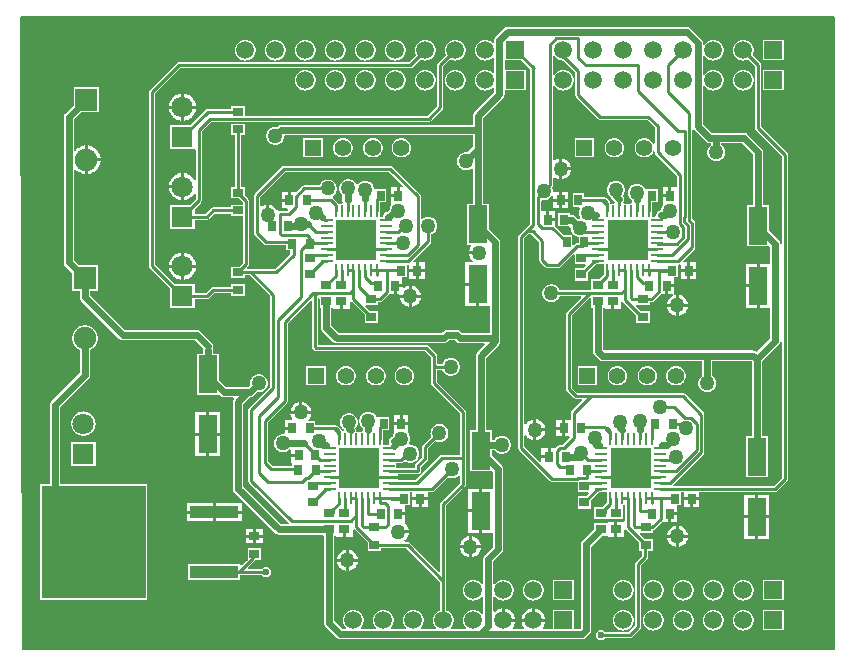
<source format=gtl>
G04 Layer_Physical_Order=1*
G04 Layer_Color=255*
%FSLAX44Y44*%
%MOMM*%
G71*
G01*
G75*
%ADD10R,1.0000X0.2500*%
%ADD11R,0.2500X1.0000*%
%ADD12R,3.4000X3.4000*%
%ADD13R,0.9000X0.8000*%
%ADD14R,0.8000X0.9000*%
%ADD15R,4.1500X1.0500*%
%ADD16R,8.8000X9.6000*%
%ADD17R,0.7000X0.9000*%
%ADD18R,0.9000X0.7000*%
%ADD19R,1.6000X3.2000*%
%ADD20C,0.2540*%
%ADD21C,0.6096*%
%ADD22R,1.8000X1.8000*%
%ADD23C,1.8000*%
%ADD24C,1.4000*%
%ADD25R,1.4000X1.4000*%
%ADD26C,1.9000*%
%ADD27R,1.9000X1.9000*%
%ADD28C,1.5000*%
%ADD29R,1.5000X1.5000*%
%ADD30C,0.6000*%
%ADD31C,1.2700*%
G36*
X1402177Y970377D02*
X1402080Y970280D01*
Y434340D01*
X713740D01*
X712472Y970651D01*
X713369Y971550D01*
X1401691D01*
X1402177Y970377D01*
D02*
G37*
%LPC*%
G36*
X767080Y709293D02*
X765671Y709201D01*
X764286Y708925D01*
X762950Y708472D01*
X761684Y707847D01*
X760510Y707063D01*
X759448Y706132D01*
X758517Y705070D01*
X757733Y703896D01*
X757109Y702630D01*
X756655Y701293D01*
X756379Y699909D01*
X756287Y698500D01*
X756379Y697091D01*
X756655Y695706D01*
X757109Y694370D01*
X757733Y693103D01*
X758517Y691930D01*
X759448Y690868D01*
X760510Y689937D01*
X761684Y689153D01*
X762741Y688631D01*
Y669055D01*
X738612Y644926D01*
X738072Y644269D01*
X737671Y643518D01*
X737424Y642704D01*
X737341Y641858D01*
Y575050D01*
X729430D01*
Y476510D01*
X819970D01*
Y575050D01*
X746019D01*
Y640061D01*
X770148Y664190D01*
X770688Y664847D01*
X771089Y665598D01*
X771336Y666412D01*
X771419Y667258D01*
Y688631D01*
X772477Y689153D01*
X773650Y689937D01*
X774712Y690868D01*
X775643Y691930D01*
X776427Y693103D01*
X777051Y694370D01*
X777505Y695706D01*
X777781Y697091D01*
X777873Y698500D01*
X777781Y699909D01*
X777505Y701293D01*
X777051Y702630D01*
X776427Y703896D01*
X775643Y705070D01*
X774712Y706132D01*
X773650Y707063D01*
X772477Y707847D01*
X771210Y708472D01*
X769874Y708925D01*
X768489Y709201D01*
X767080Y709293D01*
D02*
G37*
G36*
X1200800Y675020D02*
X1184260D01*
Y658480D01*
X1200800D01*
Y675020D01*
D02*
G37*
G36*
X1358780Y493910D02*
X1341240D01*
Y476370D01*
X1358780D01*
Y493910D01*
D02*
G37*
G36*
X1051481Y732790D02*
X1043940D01*
Y725248D01*
X1044976Y725454D01*
X1046079Y725829D01*
X1047125Y726345D01*
X1048093Y726992D01*
X1048970Y727760D01*
X1049738Y728636D01*
X1050386Y729605D01*
X1050901Y730651D01*
X1051275Y731754D01*
X1051481Y732790D01*
D02*
G37*
G36*
X1041400D02*
X1033858D01*
X1034064Y731754D01*
X1034439Y730651D01*
X1034955Y729605D01*
X1035602Y728636D01*
X1036370Y727760D01*
X1037246Y726992D01*
X1038215Y726345D01*
X1039261Y725829D01*
X1040364Y725454D01*
X1041400Y725248D01*
Y732790D01*
D02*
G37*
G36*
X1267460Y675038D02*
X1266378Y674967D01*
X1265315Y674755D01*
X1264288Y674407D01*
X1263316Y673927D01*
X1262415Y673325D01*
X1261600Y672610D01*
X1260885Y671795D01*
X1260283Y670894D01*
X1259803Y669922D01*
X1259455Y668895D01*
X1259243Y667832D01*
X1259172Y666750D01*
X1259243Y665668D01*
X1259455Y664605D01*
X1259803Y663578D01*
X1260283Y662606D01*
X1260885Y661705D01*
X1261600Y660890D01*
X1262415Y660175D01*
X1263316Y659573D01*
X1264288Y659093D01*
X1265315Y658745D01*
X1266378Y658533D01*
X1267460Y658462D01*
X1268542Y658533D01*
X1269605Y658745D01*
X1270632Y659093D01*
X1271604Y659573D01*
X1272505Y660175D01*
X1273320Y660890D01*
X1274035Y661705D01*
X1274637Y662606D01*
X1275117Y663578D01*
X1275465Y664605D01*
X1275677Y665668D01*
X1275748Y666750D01*
X1275677Y667832D01*
X1275465Y668895D01*
X1275117Y669922D01*
X1274637Y670894D01*
X1274035Y671795D01*
X1273320Y672610D01*
X1272505Y673325D01*
X1271604Y673927D01*
X1270632Y674407D01*
X1269605Y674755D01*
X1268542Y674967D01*
X1267460Y675038D01*
D02*
G37*
G36*
Y529590D02*
X1259919D01*
X1260125Y528554D01*
X1260499Y527451D01*
X1261014Y526405D01*
X1261662Y525437D01*
X1262430Y524560D01*
X1263307Y523792D01*
X1264275Y523144D01*
X1265321Y522629D01*
X1266424Y522254D01*
X1267460Y522048D01*
Y529590D01*
D02*
G37*
G36*
X1277542D02*
X1270000D01*
Y522048D01*
X1271036Y522254D01*
X1272139Y522629D01*
X1273185Y523144D01*
X1274154Y523792D01*
X1275030Y524560D01*
X1275798Y525437D01*
X1276445Y526405D01*
X1276961Y527451D01*
X1277336Y528554D01*
X1277542Y529590D01*
D02*
G37*
G36*
X916360Y520510D02*
X904820D01*
Y510970D01*
X904820Y510970D01*
X904820D01*
X903990Y510103D01*
X899894Y506007D01*
X898720Y506493D01*
Y506900D01*
X854680D01*
Y493860D01*
X898720D01*
Y497818D01*
X917075D01*
X917462Y497346D01*
X918112Y496813D01*
X918854Y496416D01*
X919659Y496172D01*
X920496Y496089D01*
X921333Y496172D01*
X922138Y496416D01*
X922880Y496813D01*
X923530Y497346D01*
X924063Y497996D01*
X924460Y498738D01*
X924704Y499543D01*
X924787Y500380D01*
X924704Y501217D01*
X924460Y502022D01*
X924063Y502764D01*
X923530Y503414D01*
X922880Y503947D01*
X922138Y504344D01*
X921333Y504588D01*
X920496Y504671D01*
X919659Y504588D01*
X918854Y504344D01*
X918112Y503947D01*
X917462Y503414D01*
X917075Y502942D01*
X905734D01*
X905248Y504115D01*
X911386Y510252D01*
X911793Y510783D01*
X911870Y510970D01*
X916360D01*
Y520510D01*
D02*
G37*
G36*
X1243330Y675038D02*
X1242248Y674967D01*
X1241185Y674755D01*
X1240158Y674407D01*
X1239186Y673927D01*
X1238285Y673325D01*
X1237470Y672610D01*
X1236755Y671795D01*
X1236153Y670894D01*
X1235673Y669922D01*
X1235325Y668895D01*
X1235113Y667832D01*
X1235042Y666750D01*
X1235113Y665668D01*
X1235325Y664605D01*
X1235673Y663578D01*
X1236153Y662606D01*
X1236755Y661705D01*
X1237470Y660890D01*
X1238285Y660175D01*
X1239186Y659573D01*
X1240158Y659093D01*
X1241185Y658745D01*
X1242248Y658533D01*
X1243330Y658462D01*
X1244412Y658533D01*
X1245475Y658745D01*
X1246502Y659093D01*
X1247474Y659573D01*
X1248375Y660175D01*
X1249190Y660890D01*
X1249905Y661705D01*
X1250507Y662606D01*
X1250987Y663578D01*
X1251335Y664605D01*
X1251547Y665668D01*
X1251618Y666750D01*
X1251547Y667832D01*
X1251335Y668895D01*
X1250987Y669922D01*
X1250507Y670894D01*
X1249905Y671795D01*
X1249190Y672610D01*
X1248375Y673325D01*
X1247474Y673927D01*
X1246502Y674407D01*
X1245475Y674755D01*
X1244412Y674967D01*
X1243330Y675038D01*
D02*
G37*
G36*
X1217930D02*
X1216848Y674967D01*
X1215785Y674755D01*
X1214758Y674407D01*
X1213786Y673927D01*
X1212885Y673325D01*
X1212070Y672610D01*
X1211355Y671795D01*
X1210753Y670894D01*
X1210273Y669922D01*
X1209925Y668895D01*
X1209713Y667832D01*
X1209642Y666750D01*
X1209713Y665668D01*
X1209925Y664605D01*
X1210273Y663578D01*
X1210753Y662606D01*
X1211355Y661705D01*
X1212070Y660890D01*
X1212885Y660175D01*
X1213786Y659573D01*
X1214758Y659093D01*
X1215785Y658745D01*
X1216848Y658533D01*
X1217930Y658462D01*
X1219012Y658533D01*
X1220075Y658745D01*
X1221102Y659093D01*
X1222074Y659573D01*
X1222975Y660175D01*
X1223790Y660890D01*
X1224505Y661705D01*
X1225107Y662606D01*
X1225587Y663578D01*
X1225935Y664605D01*
X1226147Y665668D01*
X1226218Y666750D01*
X1226147Y667832D01*
X1225935Y668895D01*
X1225587Y669922D01*
X1225107Y670894D01*
X1224505Y671795D01*
X1223790Y672610D01*
X1222975Y673325D01*
X1222074Y673927D01*
X1221102Y674407D01*
X1220075Y674755D01*
X1219012Y674967D01*
X1217930Y675038D01*
D02*
G37*
G36*
X1047130Y754380D02*
X1041860D01*
Y748610D01*
X1047130D01*
Y754380D01*
D02*
G37*
G36*
X861112Y758190D02*
X850900D01*
Y747979D01*
X851140Y747994D01*
X852623Y748289D01*
X854056Y748776D01*
X855412Y749445D01*
X856670Y750285D01*
X857807Y751283D01*
X858805Y752420D01*
X859645Y753678D01*
X860314Y755034D01*
X860801Y756467D01*
X861096Y757951D01*
X861112Y758190D01*
D02*
G37*
G36*
X848360D02*
X838148D01*
X838164Y757951D01*
X838459Y756467D01*
X838946Y755034D01*
X839615Y753678D01*
X840455Y752420D01*
X841452Y751283D01*
X842590Y750285D01*
X843848Y749445D01*
X845204Y748776D01*
X846637Y748289D01*
X848120Y747994D01*
X848360Y747979D01*
Y758190D01*
D02*
G37*
G36*
X1248410Y493929D02*
X1247263Y493854D01*
X1246135Y493629D01*
X1245047Y493260D01*
X1244016Y492751D01*
X1243060Y492113D01*
X1242195Y491355D01*
X1241437Y490490D01*
X1240799Y489534D01*
X1240290Y488503D01*
X1239921Y487415D01*
X1239696Y486287D01*
X1239621Y485140D01*
X1239696Y483993D01*
X1239921Y482865D01*
X1240290Y481777D01*
X1240799Y480746D01*
X1241437Y479790D01*
X1242195Y478925D01*
X1243060Y478167D01*
X1244016Y477529D01*
X1245047Y477020D01*
X1246135Y476651D01*
X1247263Y476426D01*
X1248410Y476351D01*
X1249557Y476426D01*
X1250685Y476651D01*
X1251773Y477020D01*
X1252804Y477529D01*
X1253760Y478167D01*
X1254625Y478925D01*
X1255383Y479790D01*
X1256021Y480746D01*
X1256530Y481777D01*
X1256899Y482865D01*
X1257124Y483993D01*
X1257199Y485140D01*
X1257124Y486287D01*
X1256899Y487415D01*
X1256530Y488503D01*
X1256021Y489534D01*
X1255383Y490490D01*
X1254625Y491355D01*
X1253760Y492113D01*
X1252804Y492751D01*
X1251773Y493260D01*
X1250685Y493629D01*
X1249557Y493854D01*
X1248410Y493929D01*
D02*
G37*
G36*
X1273810D02*
X1272663Y493854D01*
X1271535Y493629D01*
X1270447Y493260D01*
X1269416Y492751D01*
X1268460Y492113D01*
X1267595Y491355D01*
X1266837Y490490D01*
X1266199Y489534D01*
X1265690Y488503D01*
X1265321Y487415D01*
X1265096Y486287D01*
X1265021Y485140D01*
X1265096Y483993D01*
X1265321Y482865D01*
X1265690Y481777D01*
X1266199Y480746D01*
X1266837Y479790D01*
X1267595Y478925D01*
X1268460Y478167D01*
X1269416Y477529D01*
X1270447Y477020D01*
X1271535Y476651D01*
X1272663Y476426D01*
X1273810Y476351D01*
X1274957Y476426D01*
X1276085Y476651D01*
X1277173Y477020D01*
X1278204Y477529D01*
X1279160Y478167D01*
X1280025Y478925D01*
X1280783Y479790D01*
X1281421Y480746D01*
X1281930Y481777D01*
X1282299Y482865D01*
X1282524Y483993D01*
X1282599Y485140D01*
X1282524Y486287D01*
X1282299Y487415D01*
X1281930Y488503D01*
X1281421Y489534D01*
X1280783Y490490D01*
X1280025Y491355D01*
X1279160Y492113D01*
X1278204Y492751D01*
X1277173Y493260D01*
X1276085Y493629D01*
X1274957Y493854D01*
X1273810Y493929D01*
D02*
G37*
G36*
X1054940Y754380D02*
X1049670D01*
Y748610D01*
X1054940D01*
Y754380D01*
D02*
G37*
G36*
X1324610Y493929D02*
X1323463Y493854D01*
X1322335Y493629D01*
X1321247Y493260D01*
X1320216Y492751D01*
X1319260Y492113D01*
X1318395Y491355D01*
X1317637Y490490D01*
X1316999Y489534D01*
X1316490Y488503D01*
X1316121Y487415D01*
X1315896Y486287D01*
X1315821Y485140D01*
X1315896Y483993D01*
X1316121Y482865D01*
X1316490Y481777D01*
X1316999Y480746D01*
X1317637Y479790D01*
X1318395Y478925D01*
X1319260Y478167D01*
X1320216Y477529D01*
X1321247Y477020D01*
X1322335Y476651D01*
X1323463Y476426D01*
X1324610Y476351D01*
X1325757Y476426D01*
X1326885Y476651D01*
X1327973Y477020D01*
X1329004Y477529D01*
X1329960Y478167D01*
X1330825Y478925D01*
X1331583Y479790D01*
X1332221Y480746D01*
X1332730Y481777D01*
X1333099Y482865D01*
X1333324Y483993D01*
X1333399Y485140D01*
X1333324Y486287D01*
X1333099Y487415D01*
X1332730Y488503D01*
X1332221Y489534D01*
X1331583Y490490D01*
X1330825Y491355D01*
X1329960Y492113D01*
X1329004Y492751D01*
X1327973Y493260D01*
X1326885Y493629D01*
X1325757Y493854D01*
X1324610Y493929D01*
D02*
G37*
G36*
X1180980Y493910D02*
X1163440D01*
Y476370D01*
X1180980D01*
Y493910D01*
D02*
G37*
G36*
X1098550Y742950D02*
X1089280D01*
Y725680D01*
X1098550D01*
Y742950D01*
D02*
G37*
G36*
X1299210Y493929D02*
X1298063Y493854D01*
X1296935Y493629D01*
X1295847Y493260D01*
X1294816Y492751D01*
X1293860Y492113D01*
X1292995Y491355D01*
X1292237Y490490D01*
X1291599Y489534D01*
X1291090Y488503D01*
X1290721Y487415D01*
X1290496Y486287D01*
X1290421Y485140D01*
X1290496Y483993D01*
X1290721Y482865D01*
X1291090Y481777D01*
X1291599Y480746D01*
X1292237Y479790D01*
X1292995Y478925D01*
X1293860Y478167D01*
X1294816Y477529D01*
X1295847Y477020D01*
X1296935Y476651D01*
X1298063Y476426D01*
X1299210Y476351D01*
X1300357Y476426D01*
X1301485Y476651D01*
X1302573Y477020D01*
X1303604Y477529D01*
X1304560Y478167D01*
X1305425Y478925D01*
X1306183Y479790D01*
X1306821Y480746D01*
X1307330Y481777D01*
X1307699Y482865D01*
X1307924Y483993D01*
X1307999Y485140D01*
X1307924Y486287D01*
X1307699Y487415D01*
X1307330Y488503D01*
X1306821Y489534D01*
X1306183Y490490D01*
X1305425Y491355D01*
X1304560Y492113D01*
X1303604Y492751D01*
X1302573Y493260D01*
X1301485Y493629D01*
X1300357Y493854D01*
X1299210Y493929D01*
D02*
G37*
G36*
X1041400Y742871D02*
X1040364Y742665D01*
X1039261Y742291D01*
X1038215Y741776D01*
X1037246Y741128D01*
X1037160Y741052D01*
X1035890Y741628D01*
Y741680D01*
X1031120D01*
Y735910D01*
X1032868D01*
X1033293Y735330D01*
X1041400D01*
Y742871D01*
D02*
G37*
G36*
X1043940D02*
Y735330D01*
X1051481D01*
X1051275Y736366D01*
X1050901Y737469D01*
X1050386Y738515D01*
X1049738Y739483D01*
X1048970Y740360D01*
X1048093Y741128D01*
X1047125Y741776D01*
X1046079Y742291D01*
X1044976Y742665D01*
X1043940Y742871D01*
D02*
G37*
G36*
X1346580Y565910D02*
X1337310D01*
Y548640D01*
X1346580D01*
Y565910D01*
D02*
G37*
G36*
X1334770D02*
X1325500D01*
Y548640D01*
X1334770D01*
Y565910D01*
D02*
G37*
G36*
X875430Y558970D02*
X853410D01*
Y552450D01*
X875430D01*
Y558970D01*
D02*
G37*
G36*
X909320Y536780D02*
X903550D01*
Y532010D01*
X909320D01*
Y536780D01*
D02*
G37*
G36*
X899990Y558970D02*
X877970D01*
Y552450D01*
X899990D01*
Y558970D01*
D02*
G37*
G36*
Y549910D02*
X877970D01*
Y543390D01*
X899990D01*
Y549910D01*
D02*
G37*
G36*
X1270000Y539672D02*
Y532130D01*
X1277542D01*
X1277336Y533166D01*
X1276961Y534269D01*
X1276445Y535315D01*
X1275798Y536283D01*
X1275030Y537160D01*
X1274154Y537928D01*
X1273185Y538576D01*
X1272139Y539091D01*
X1271036Y539465D01*
X1270000Y539672D01*
D02*
G37*
G36*
X1267460D02*
X1266424Y539465D01*
X1265321Y539091D01*
X1264275Y538576D01*
X1263307Y537928D01*
X1262430Y537160D01*
X1261662Y536283D01*
X1261014Y535315D01*
X1260499Y534269D01*
X1260125Y533166D01*
X1259919Y532130D01*
X1267460D01*
Y539672D01*
D02*
G37*
G36*
X917630Y536780D02*
X911860D01*
Y532010D01*
X917630D01*
Y536780D01*
D02*
G37*
G36*
X875430Y549910D02*
X853410D01*
Y543390D01*
X875430D01*
Y549910D01*
D02*
G37*
G36*
X1268300Y548640D02*
X1263530D01*
Y542870D01*
X1268300D01*
Y548640D01*
D02*
G37*
G36*
X1346580Y546100D02*
X1337310D01*
Y528830D01*
X1346580D01*
Y546100D01*
D02*
G37*
G36*
X909320Y529470D02*
X903550D01*
Y524700D01*
X909320D01*
Y529470D01*
D02*
G37*
G36*
X917630D02*
X911860D01*
Y524700D01*
X917630D01*
Y529470D01*
D02*
G37*
G36*
X765810Y636402D02*
X764467Y636314D01*
X763146Y636051D01*
X761871Y635619D01*
X760664Y635023D01*
X759545Y634275D01*
X758532Y633388D01*
X757645Y632375D01*
X756897Y631256D01*
X756301Y630049D01*
X755869Y628774D01*
X755606Y627453D01*
X755518Y626110D01*
X755606Y624767D01*
X755869Y623446D01*
X756301Y622171D01*
X756897Y620964D01*
X757645Y619845D01*
X758532Y618832D01*
X759545Y617945D01*
X760664Y617197D01*
X761871Y616601D01*
X763146Y616169D01*
X764467Y615906D01*
X765810Y615818D01*
X767153Y615906D01*
X768474Y616169D01*
X769749Y616601D01*
X770956Y617197D01*
X772075Y617945D01*
X773088Y618832D01*
X773975Y619845D01*
X774723Y620964D01*
X775319Y622171D01*
X775751Y623446D01*
X776014Y624767D01*
X776102Y626110D01*
X776014Y627453D01*
X775751Y628774D01*
X775319Y630049D01*
X774723Y631256D01*
X773975Y632375D01*
X773088Y633388D01*
X772075Y634275D01*
X770956Y635023D01*
X769749Y635619D01*
X768474Y636051D01*
X767153Y636314D01*
X765810Y636402D01*
D02*
G37*
G36*
X881760Y635760D02*
X872490D01*
Y618490D01*
X881760D01*
Y635760D01*
D02*
G37*
G36*
X869950D02*
X860680D01*
Y618490D01*
X869950D01*
Y635760D01*
D02*
G37*
G36*
X1334770Y546100D02*
X1325500D01*
Y528830D01*
X1334770D01*
Y546100D01*
D02*
G37*
G36*
X1287350Y561340D02*
X1282080D01*
Y555570D01*
X1287350D01*
Y561340D01*
D02*
G37*
G36*
X1279540D02*
X1274270D01*
Y555570D01*
X1279540D01*
Y561340D01*
D02*
G37*
G36*
X776080Y610980D02*
X755540D01*
Y590440D01*
X776080D01*
Y610980D01*
D02*
G37*
G36*
X881760Y615950D02*
X872490D01*
Y598680D01*
X881760D01*
Y615950D01*
D02*
G37*
G36*
X869950D02*
X860680D01*
Y598680D01*
X869950D01*
Y615950D01*
D02*
G37*
G36*
X979170Y925729D02*
X978023Y925654D01*
X976895Y925429D01*
X975807Y925060D01*
X974776Y924551D01*
X973820Y923913D01*
X972955Y923155D01*
X972197Y922290D01*
X971559Y921334D01*
X971050Y920303D01*
X970681Y919215D01*
X970456Y918087D01*
X970381Y916940D01*
X970456Y915793D01*
X970681Y914665D01*
X971050Y913577D01*
X971559Y912546D01*
X972197Y911590D01*
X972955Y910725D01*
X973820Y909967D01*
X974776Y909329D01*
X975807Y908820D01*
X976895Y908451D01*
X978023Y908226D01*
X979170Y908151D01*
X980317Y908226D01*
X981445Y908451D01*
X982533Y908820D01*
X983564Y909329D01*
X984520Y909967D01*
X985385Y910725D01*
X986143Y911590D01*
X986781Y912546D01*
X987290Y913577D01*
X987659Y914665D01*
X987884Y915793D01*
X987959Y916940D01*
X987884Y918087D01*
X987659Y919215D01*
X987290Y920303D01*
X986781Y921334D01*
X986143Y922290D01*
X985385Y923155D01*
X984520Y923913D01*
X983564Y924551D01*
X982533Y925060D01*
X981445Y925429D01*
X980317Y925654D01*
X979170Y925729D01*
D02*
G37*
G36*
X953770D02*
X952623Y925654D01*
X951495Y925429D01*
X950407Y925060D01*
X949376Y924551D01*
X948420Y923913D01*
X947555Y923155D01*
X946797Y922290D01*
X946159Y921334D01*
X945650Y920303D01*
X945281Y919215D01*
X945056Y918087D01*
X944981Y916940D01*
X945056Y915793D01*
X945281Y914665D01*
X945650Y913577D01*
X946159Y912546D01*
X946797Y911590D01*
X947555Y910725D01*
X948420Y909967D01*
X949376Y909329D01*
X950407Y908820D01*
X951495Y908451D01*
X952623Y908226D01*
X953770Y908151D01*
X954917Y908226D01*
X956045Y908451D01*
X957133Y908820D01*
X958164Y909329D01*
X959120Y909967D01*
X959985Y910725D01*
X960743Y911590D01*
X961381Y912546D01*
X961890Y913577D01*
X962259Y914665D01*
X962484Y915793D01*
X962559Y916940D01*
X962484Y918087D01*
X962259Y919215D01*
X961890Y920303D01*
X961381Y921334D01*
X960743Y922290D01*
X959985Y923155D01*
X959120Y923913D01*
X958164Y924551D01*
X957133Y925060D01*
X956045Y925429D01*
X954917Y925654D01*
X953770Y925729D01*
D02*
G37*
G36*
X850900Y905562D02*
Y895350D01*
X861112D01*
X861096Y895590D01*
X860801Y897073D01*
X860314Y898506D01*
X859645Y899862D01*
X858805Y901120D01*
X857807Y902258D01*
X856670Y903255D01*
X855412Y904095D01*
X854056Y904764D01*
X852623Y905251D01*
X851140Y905546D01*
X850900Y905562D01*
D02*
G37*
G36*
X1055370Y925729D02*
X1054223Y925654D01*
X1053095Y925429D01*
X1052007Y925060D01*
X1050976Y924551D01*
X1050020Y923913D01*
X1049155Y923155D01*
X1048397Y922290D01*
X1047759Y921334D01*
X1047250Y920303D01*
X1046881Y919215D01*
X1046656Y918087D01*
X1046581Y916940D01*
X1046656Y915793D01*
X1046881Y914665D01*
X1047250Y913577D01*
X1047759Y912546D01*
X1048397Y911590D01*
X1049155Y910725D01*
X1050020Y909967D01*
X1050976Y909329D01*
X1052007Y908820D01*
X1053095Y908451D01*
X1054223Y908226D01*
X1055370Y908151D01*
X1056517Y908226D01*
X1057645Y908451D01*
X1058733Y908820D01*
X1059764Y909329D01*
X1060720Y909967D01*
X1061585Y910725D01*
X1062343Y911590D01*
X1062981Y912546D01*
X1063490Y913577D01*
X1063859Y914665D01*
X1064084Y915793D01*
X1064159Y916940D01*
X1064084Y918087D01*
X1063859Y919215D01*
X1063490Y920303D01*
X1062981Y921334D01*
X1062343Y922290D01*
X1061585Y923155D01*
X1060720Y923913D01*
X1059764Y924551D01*
X1058733Y925060D01*
X1057645Y925429D01*
X1056517Y925654D01*
X1055370Y925729D01*
D02*
G37*
G36*
X1029970D02*
X1028823Y925654D01*
X1027695Y925429D01*
X1026607Y925060D01*
X1025576Y924551D01*
X1024620Y923913D01*
X1023755Y923155D01*
X1022997Y922290D01*
X1022359Y921334D01*
X1021850Y920303D01*
X1021481Y919215D01*
X1021256Y918087D01*
X1021181Y916940D01*
X1021256Y915793D01*
X1021481Y914665D01*
X1021850Y913577D01*
X1022359Y912546D01*
X1022997Y911590D01*
X1023755Y910725D01*
X1024620Y909967D01*
X1025576Y909329D01*
X1026607Y908820D01*
X1027695Y908451D01*
X1028823Y908226D01*
X1029970Y908151D01*
X1031117Y908226D01*
X1032245Y908451D01*
X1033333Y908820D01*
X1034364Y909329D01*
X1035320Y909967D01*
X1036185Y910725D01*
X1036943Y911590D01*
X1037581Y912546D01*
X1038090Y913577D01*
X1038459Y914665D01*
X1038684Y915793D01*
X1038759Y916940D01*
X1038684Y918087D01*
X1038459Y919215D01*
X1038090Y920303D01*
X1037581Y921334D01*
X1036943Y922290D01*
X1036185Y923155D01*
X1035320Y923913D01*
X1034364Y924551D01*
X1033333Y925060D01*
X1032245Y925429D01*
X1031117Y925654D01*
X1029970Y925729D01*
D02*
G37*
G36*
X1004570D02*
X1003423Y925654D01*
X1002295Y925429D01*
X1001207Y925060D01*
X1000176Y924551D01*
X999220Y923913D01*
X998355Y923155D01*
X997597Y922290D01*
X996959Y921334D01*
X996450Y920303D01*
X996081Y919215D01*
X995856Y918087D01*
X995781Y916940D01*
X995856Y915793D01*
X996081Y914665D01*
X996450Y913577D01*
X996959Y912546D01*
X997597Y911590D01*
X998355Y910725D01*
X999220Y909967D01*
X1000176Y909329D01*
X1001207Y908820D01*
X1002295Y908451D01*
X1003423Y908226D01*
X1004570Y908151D01*
X1005717Y908226D01*
X1006845Y908451D01*
X1007933Y908820D01*
X1008964Y909329D01*
X1009920Y909967D01*
X1010785Y910725D01*
X1011543Y911590D01*
X1012181Y912546D01*
X1012690Y913577D01*
X1013059Y914665D01*
X1013284Y915793D01*
X1013359Y916940D01*
X1013284Y918087D01*
X1013059Y919215D01*
X1012690Y920303D01*
X1012181Y921334D01*
X1011543Y922290D01*
X1010785Y923155D01*
X1009920Y923913D01*
X1008964Y924551D01*
X1007933Y925060D01*
X1006845Y925429D01*
X1005717Y925654D01*
X1004570Y925729D01*
D02*
G37*
G36*
X968390Y868060D02*
X951850D01*
Y851520D01*
X968390D01*
Y868060D01*
D02*
G37*
G36*
X1223010Y468529D02*
X1221863Y468454D01*
X1220735Y468229D01*
X1219647Y467860D01*
X1218616Y467351D01*
X1217660Y466713D01*
X1216795Y465955D01*
X1216037Y465090D01*
X1215399Y464134D01*
X1214890Y463103D01*
X1214521Y462015D01*
X1214296Y460887D01*
X1214221Y459740D01*
X1214296Y458593D01*
X1214521Y457465D01*
X1214890Y456377D01*
X1215399Y455346D01*
X1216037Y454390D01*
X1216795Y453525D01*
X1217660Y452767D01*
X1218616Y452129D01*
X1219647Y451620D01*
X1220735Y451251D01*
X1221863Y451026D01*
X1223010Y450951D01*
X1224157Y451026D01*
X1225285Y451251D01*
X1226373Y451620D01*
X1227404Y452129D01*
X1228360Y452767D01*
X1229225Y453525D01*
X1229983Y454390D01*
X1230621Y455346D01*
X1231130Y456377D01*
X1231499Y457465D01*
X1231724Y458593D01*
X1231799Y459740D01*
X1231724Y460887D01*
X1231499Y462015D01*
X1231130Y463103D01*
X1230621Y464134D01*
X1229983Y465090D01*
X1229225Y465955D01*
X1228360Y466713D01*
X1227404Y467351D01*
X1226373Y467860D01*
X1225285Y468229D01*
X1224157Y468454D01*
X1223010Y468529D01*
D02*
G37*
G36*
X1035050Y868078D02*
X1033968Y868007D01*
X1032905Y867795D01*
X1031878Y867447D01*
X1030906Y866967D01*
X1030005Y866365D01*
X1029190Y865650D01*
X1028475Y864835D01*
X1027873Y863934D01*
X1027393Y862962D01*
X1027045Y861935D01*
X1026833Y860872D01*
X1026762Y859790D01*
X1026833Y858708D01*
X1027045Y857645D01*
X1027393Y856618D01*
X1027873Y855646D01*
X1028475Y854745D01*
X1029190Y853930D01*
X1030005Y853215D01*
X1030906Y852613D01*
X1031878Y852133D01*
X1032905Y851785D01*
X1033968Y851573D01*
X1035050Y851502D01*
X1036132Y851573D01*
X1037195Y851785D01*
X1038222Y852133D01*
X1039194Y852613D01*
X1040095Y853215D01*
X1040910Y853930D01*
X1041625Y854745D01*
X1042227Y855646D01*
X1042707Y856618D01*
X1043055Y857645D01*
X1043267Y858708D01*
X1043338Y859790D01*
X1043267Y860872D01*
X1043055Y861935D01*
X1042707Y862962D01*
X1042227Y863934D01*
X1041625Y864835D01*
X1040910Y865650D01*
X1040095Y866365D01*
X1039194Y866967D01*
X1038222Y867447D01*
X1037195Y867795D01*
X1036132Y868007D01*
X1035050Y868078D01*
D02*
G37*
G36*
X848360Y905562D02*
X848120Y905546D01*
X846637Y905251D01*
X845204Y904764D01*
X843848Y904095D01*
X842590Y903255D01*
X841452Y902258D01*
X840455Y901120D01*
X839615Y899862D01*
X838946Y898506D01*
X838459Y897073D01*
X838164Y895590D01*
X838148Y895350D01*
X848360D01*
Y905562D01*
D02*
G37*
G36*
X861112Y892810D02*
X850900D01*
Y882598D01*
X851140Y882614D01*
X852623Y882909D01*
X854056Y883396D01*
X855412Y884065D01*
X856670Y884905D01*
X857807Y885902D01*
X858805Y887040D01*
X859645Y888298D01*
X860314Y889654D01*
X860801Y891087D01*
X861096Y892570D01*
X861112Y892810D01*
D02*
G37*
G36*
X848360D02*
X838148D01*
X838164Y892570D01*
X838459Y891087D01*
X838946Y889654D01*
X839615Y888298D01*
X840455Y887040D01*
X841452Y885902D01*
X842590Y884905D01*
X843848Y884065D01*
X845204Y883396D01*
X846637Y882909D01*
X848120Y882614D01*
X848360Y882598D01*
Y892810D01*
D02*
G37*
G36*
X1029970Y951129D02*
X1028823Y951054D01*
X1027695Y950829D01*
X1026607Y950460D01*
X1025576Y949951D01*
X1024620Y949313D01*
X1023755Y948555D01*
X1022997Y947690D01*
X1022359Y946734D01*
X1021850Y945703D01*
X1021481Y944615D01*
X1021256Y943487D01*
X1021181Y942340D01*
X1021256Y941193D01*
X1021481Y940065D01*
X1021850Y938977D01*
X1022359Y937946D01*
X1022997Y936990D01*
X1023755Y936125D01*
X1024620Y935367D01*
X1025576Y934729D01*
X1026607Y934220D01*
X1027695Y933851D01*
X1028823Y933626D01*
X1029970Y933551D01*
X1031117Y933626D01*
X1032245Y933851D01*
X1033333Y934220D01*
X1034364Y934729D01*
X1035320Y935367D01*
X1036185Y936125D01*
X1036943Y936990D01*
X1037581Y937946D01*
X1038090Y938977D01*
X1038459Y940065D01*
X1038684Y941193D01*
X1038759Y942340D01*
X1038684Y943487D01*
X1038459Y944615D01*
X1038090Y945703D01*
X1037581Y946734D01*
X1036943Y947690D01*
X1036185Y948555D01*
X1035320Y949313D01*
X1034364Y949951D01*
X1033333Y950460D01*
X1032245Y950829D01*
X1031117Y951054D01*
X1029970Y951129D01*
D02*
G37*
G36*
X1004570D02*
X1003423Y951054D01*
X1002295Y950829D01*
X1001207Y950460D01*
X1000176Y949951D01*
X999220Y949313D01*
X998355Y948555D01*
X997597Y947690D01*
X996959Y946734D01*
X996450Y945703D01*
X996081Y944615D01*
X995856Y943487D01*
X995781Y942340D01*
X995856Y941193D01*
X996081Y940065D01*
X996450Y938977D01*
X996959Y937946D01*
X997597Y936990D01*
X998355Y936125D01*
X999220Y935367D01*
X1000176Y934729D01*
X1001207Y934220D01*
X1002295Y933851D01*
X1003423Y933626D01*
X1004570Y933551D01*
X1005717Y933626D01*
X1006845Y933851D01*
X1007933Y934220D01*
X1008964Y934729D01*
X1009920Y935367D01*
X1010785Y936125D01*
X1011543Y936990D01*
X1012181Y937946D01*
X1012690Y938977D01*
X1013059Y940065D01*
X1013284Y941193D01*
X1013359Y942340D01*
X1013284Y943487D01*
X1013059Y944615D01*
X1012690Y945703D01*
X1012181Y946734D01*
X1011543Y947690D01*
X1010785Y948555D01*
X1009920Y949313D01*
X1008964Y949951D01*
X1007933Y950460D01*
X1006845Y950829D01*
X1005717Y951054D01*
X1004570Y951129D01*
D02*
G37*
G36*
X979170D02*
X978023Y951054D01*
X976895Y950829D01*
X975807Y950460D01*
X974776Y949951D01*
X973820Y949313D01*
X972955Y948555D01*
X972197Y947690D01*
X971559Y946734D01*
X971050Y945703D01*
X970681Y944615D01*
X970456Y943487D01*
X970381Y942340D01*
X970456Y941193D01*
X970681Y940065D01*
X971050Y938977D01*
X971559Y937946D01*
X972197Y936990D01*
X972955Y936125D01*
X973820Y935367D01*
X974776Y934729D01*
X975807Y934220D01*
X976895Y933851D01*
X978023Y933626D01*
X979170Y933551D01*
X980317Y933626D01*
X981445Y933851D01*
X982533Y934220D01*
X983564Y934729D01*
X984520Y935367D01*
X985385Y936125D01*
X986143Y936990D01*
X986781Y937946D01*
X987290Y938977D01*
X987659Y940065D01*
X987884Y941193D01*
X987959Y942340D01*
X987884Y943487D01*
X987659Y944615D01*
X987290Y945703D01*
X986781Y946734D01*
X986143Y947690D01*
X985385Y948555D01*
X984520Y949313D01*
X983564Y949951D01*
X982533Y950460D01*
X981445Y950829D01*
X980317Y951054D01*
X979170Y951129D01*
D02*
G37*
G36*
X1276470Y962307D02*
X1125100D01*
X1124254Y962224D01*
X1123440Y961977D01*
X1122690Y961576D01*
X1122032Y961036D01*
X1115040Y954044D01*
X1114500Y953387D01*
X1114099Y952636D01*
X1113852Y951823D01*
X1113769Y950976D01*
Y948902D01*
X1112499Y948424D01*
X1112385Y948555D01*
X1111520Y949313D01*
X1110564Y949951D01*
X1109533Y950460D01*
X1108445Y950829D01*
X1107317Y951054D01*
X1106170Y951129D01*
X1105023Y951054D01*
X1103895Y950829D01*
X1102807Y950460D01*
X1101776Y949951D01*
X1100820Y949313D01*
X1099955Y948555D01*
X1099197Y947690D01*
X1098559Y946734D01*
X1098050Y945703D01*
X1097681Y944615D01*
X1097456Y943487D01*
X1097381Y942340D01*
X1097456Y941193D01*
X1097681Y940065D01*
X1098050Y938977D01*
X1098559Y937946D01*
X1099197Y936990D01*
X1099955Y936125D01*
X1100820Y935367D01*
X1101776Y934729D01*
X1102807Y934220D01*
X1103895Y933851D01*
X1105023Y933626D01*
X1106170Y933551D01*
X1107317Y933626D01*
X1108445Y933851D01*
X1109533Y934220D01*
X1110564Y934729D01*
X1111520Y935367D01*
X1112385Y936125D01*
X1112499Y936256D01*
X1113769Y935778D01*
Y923502D01*
X1112499Y923024D01*
X1112385Y923155D01*
X1111520Y923913D01*
X1110564Y924551D01*
X1109533Y925060D01*
X1108445Y925429D01*
X1107317Y925654D01*
X1106170Y925729D01*
X1105023Y925654D01*
X1103895Y925429D01*
X1102807Y925060D01*
X1101776Y924551D01*
X1100820Y923913D01*
X1099955Y923155D01*
X1099197Y922290D01*
X1098559Y921334D01*
X1098050Y920303D01*
X1097681Y919215D01*
X1097456Y918087D01*
X1097381Y916940D01*
X1097456Y915793D01*
X1097681Y914665D01*
X1098050Y913577D01*
X1098559Y912546D01*
X1099197Y911590D01*
X1099955Y910725D01*
X1100820Y909967D01*
X1101776Y909329D01*
X1102807Y908820D01*
X1103895Y908451D01*
X1105023Y908226D01*
X1106170Y908151D01*
X1107317Y908226D01*
X1108445Y908451D01*
X1109533Y908820D01*
X1110564Y909329D01*
X1111520Y909967D01*
X1112385Y910725D01*
X1112499Y910856D01*
X1113769Y910378D01*
Y906799D01*
X1096752Y889782D01*
X1096212Y889125D01*
X1095811Y888374D01*
X1095564Y887561D01*
X1095481Y886714D01*
Y879369D01*
X933450D01*
X932604Y879286D01*
X931790Y879039D01*
X931039Y878638D01*
X930382Y878098D01*
X929741Y877457D01*
X929566Y877499D01*
X928370Y877594D01*
X927174Y877499D01*
X926008Y877219D01*
X924900Y876760D01*
X923877Y876134D01*
X922965Y875355D01*
X922186Y874443D01*
X921560Y873420D01*
X921100Y872312D01*
X920820Y871146D01*
X920726Y869950D01*
X920820Y868754D01*
X921100Y867588D01*
X921560Y866480D01*
X922186Y865457D01*
X922965Y864545D01*
X923877Y863766D01*
X924900Y863139D01*
X926008Y862681D01*
X927174Y862401D01*
X928370Y862306D01*
X929566Y862401D01*
X930732Y862681D01*
X931840Y863139D01*
X932863Y863766D01*
X933775Y864545D01*
X934554Y865457D01*
X935181Y866480D01*
X935639Y867588D01*
X935919Y868754D01*
X936014Y869950D01*
X936699Y870691D01*
X1095481D01*
Y860317D01*
X1091031Y855867D01*
X1090856Y855910D01*
X1089660Y856004D01*
X1088464Y855910D01*
X1087298Y855630D01*
X1086190Y855171D01*
X1085167Y854544D01*
X1084255Y853765D01*
X1083476Y852853D01*
X1082850Y851830D01*
X1082391Y850722D01*
X1082111Y849556D01*
X1082016Y848360D01*
X1082111Y847164D01*
X1082391Y845998D01*
X1082850Y844890D01*
X1083476Y843867D01*
X1084255Y842955D01*
X1085167Y842176D01*
X1086190Y841550D01*
X1087298Y841090D01*
X1088464Y840810D01*
X1089660Y840716D01*
X1090856Y840810D01*
X1092022Y841090D01*
X1093130Y841550D01*
X1094153Y842176D01*
X1094211Y842226D01*
X1095481Y841640D01*
Y812290D01*
X1090550D01*
Y777750D01*
X1093593D01*
X1094168Y776480D01*
X1094022Y776313D01*
X1093374Y775345D01*
X1092859Y774299D01*
X1092485Y773196D01*
X1092279Y772160D01*
X1101090D01*
Y769620D01*
X1092279D01*
X1092485Y768584D01*
X1092859Y767481D01*
X1093374Y766435D01*
X1094022Y765467D01*
X1094790Y764590D01*
X1095429Y764030D01*
X1095235Y763165D01*
X1094970Y762760D01*
X1089280D01*
Y745490D01*
X1099820D01*
Y744220D01*
X1101090D01*
Y725680D01*
X1109959D01*
Y702839D01*
X1086478D01*
X1085209Y704108D01*
X1084551Y704648D01*
X1083801Y705049D01*
X1082987Y705295D01*
X1082141Y705379D01*
X1073303D01*
X1072457Y705295D01*
X1071643Y705049D01*
X1070893Y704648D01*
X1070235Y704108D01*
X1068966Y702839D01*
X981983D01*
X975889Y708933D01*
Y724330D01*
X977210D01*
Y723060D01*
X982980D01*
Y729600D01*
X985520D01*
Y723060D01*
X991290D01*
Y729460D01*
X992560Y729891D01*
X992639Y729788D01*
X1003880Y718547D01*
Y711630D01*
X1015420D01*
Y721170D01*
X1008503D01*
X1004313Y725360D01*
X1004839Y726630D01*
X1015420D01*
Y728838D01*
X1016896D01*
X1017559Y728925D01*
X1018177Y729181D01*
X1018708Y729589D01*
X1024990Y735871D01*
X1025020Y735910D01*
X1028580D01*
Y742950D01*
X1029850D01*
Y744220D01*
X1035890D01*
Y749880D01*
X1039670D01*
Y761108D01*
X1041038D01*
X1041860Y759935D01*
Y756920D01*
X1047130D01*
Y762690D01*
X1045340D01*
X1044854Y763863D01*
X1059722Y778730D01*
X1060129Y779261D01*
X1060385Y779879D01*
X1060472Y780542D01*
Y786563D01*
X1061380Y786939D01*
X1062403Y787566D01*
X1063315Y788345D01*
X1064094Y789257D01*
X1064721Y790280D01*
X1065180Y791388D01*
X1065460Y792554D01*
X1065554Y793750D01*
X1065460Y794946D01*
X1065180Y796112D01*
X1064721Y797220D01*
X1064094Y798243D01*
X1063315Y799155D01*
X1062403Y799934D01*
X1061380Y800561D01*
X1060272Y801020D01*
X1059106Y801300D01*
X1057910Y801394D01*
X1056714Y801300D01*
X1055548Y801020D01*
X1054440Y800561D01*
X1053417Y799934D01*
X1052852Y799451D01*
X1051718Y799876D01*
X1051582Y800001D01*
Y818642D01*
X1051495Y819305D01*
X1051239Y819923D01*
X1050832Y820454D01*
X1027464Y843822D01*
X1026933Y844229D01*
X1026315Y844485D01*
X1025652Y844572D01*
X935990D01*
X935327Y844485D01*
X934709Y844229D01*
X934178Y843822D01*
X911318Y820962D01*
X910911Y820431D01*
X910655Y819813D01*
X910568Y819150D01*
Y787400D01*
X910655Y786737D01*
X910911Y786119D01*
X911318Y785588D01*
X918938Y777968D01*
X919469Y777561D01*
X920087Y777305D01*
X920750Y777218D01*
X937690D01*
Y772740D01*
X941162D01*
Y769914D01*
X928071Y756822D01*
X904464D01*
X903978Y757995D01*
X905544Y759561D01*
X905951Y760091D01*
X906207Y760709D01*
X906294Y761372D01*
Y814458D01*
X906207Y815121D01*
X905951Y815739D01*
X905544Y816270D01*
X902390Y819423D01*
Y826340D01*
X899182D01*
Y870500D01*
X902390D01*
Y880040D01*
X890850D01*
Y870500D01*
X894058D01*
Y826340D01*
X890850D01*
Y816800D01*
X897767D01*
X901170Y813397D01*
Y811340D01*
X890850D01*
Y809132D01*
X875658D01*
X874995Y809044D01*
X874377Y808789D01*
X873846Y808381D01*
X869397Y803932D01*
X859900D01*
Y808017D01*
X865158Y813274D01*
X865565Y813805D01*
X865821Y814423D01*
X865908Y815086D01*
Y873715D01*
X873805Y881612D01*
X1058164D01*
X1058827Y881699D01*
X1059445Y881955D01*
X1059976Y882362D01*
X1069882Y892268D01*
X1070289Y892799D01*
X1070545Y893417D01*
X1070632Y894080D01*
Y928579D01*
X1076648Y934594D01*
X1077407Y934220D01*
X1078495Y933851D01*
X1079623Y933626D01*
X1080770Y933551D01*
X1081917Y933626D01*
X1083045Y933851D01*
X1084133Y934220D01*
X1085164Y934729D01*
X1086120Y935367D01*
X1086985Y936125D01*
X1087743Y936990D01*
X1088381Y937946D01*
X1088890Y938977D01*
X1089259Y940065D01*
X1089484Y941193D01*
X1089559Y942340D01*
X1089484Y943487D01*
X1089259Y944615D01*
X1088890Y945703D01*
X1088381Y946734D01*
X1087743Y947690D01*
X1086985Y948555D01*
X1086120Y949313D01*
X1085164Y949951D01*
X1084133Y950460D01*
X1083045Y950829D01*
X1081917Y951054D01*
X1080770Y951129D01*
X1079623Y951054D01*
X1078495Y950829D01*
X1077407Y950460D01*
X1076376Y949951D01*
X1075420Y949313D01*
X1074555Y948555D01*
X1073797Y947690D01*
X1073159Y946734D01*
X1072650Y945703D01*
X1072281Y944615D01*
X1072056Y943487D01*
X1071981Y942340D01*
X1072056Y941193D01*
X1072281Y940065D01*
X1072650Y938977D01*
X1073025Y938218D01*
X1066258Y931452D01*
X1065851Y930921D01*
X1065595Y930303D01*
X1065508Y929640D01*
Y895141D01*
X1057103Y886736D01*
X902390D01*
Y895040D01*
X890850D01*
Y892832D01*
X871220D01*
X870557Y892745D01*
X869939Y892489D01*
X869408Y892082D01*
X856277Y878950D01*
X839360D01*
Y858410D01*
X859900D01*
X860784Y857506D01*
Y833114D01*
X860136Y832794D01*
X859514Y832749D01*
X858805Y833810D01*
X857807Y834948D01*
X856670Y835945D01*
X855412Y836785D01*
X854056Y837454D01*
X852623Y837941D01*
X851140Y838236D01*
X850900Y838251D01*
Y826770D01*
Y815288D01*
X851140Y815304D01*
X852623Y815599D01*
X854056Y816086D01*
X855412Y816755D01*
X856670Y817595D01*
X857807Y818593D01*
X858805Y819730D01*
X859514Y820791D01*
X860136Y820746D01*
X860784Y820426D01*
Y816147D01*
X856277Y811640D01*
X839360D01*
Y791100D01*
X859900D01*
Y798808D01*
X870458D01*
X871121Y798895D01*
X871739Y799151D01*
X872270Y799558D01*
X876719Y804008D01*
X890850D01*
Y801800D01*
X901170D01*
Y762433D01*
X897767Y759030D01*
X890850D01*
Y749490D01*
X902390D01*
Y751698D01*
X906601D01*
X924030Y734269D01*
Y657143D01*
X906238Y639352D01*
X905831Y638821D01*
X905575Y638203D01*
X905488Y637540D01*
Y577850D01*
X905575Y577187D01*
X905831Y576569D01*
X906238Y576038D01*
X940108Y542169D01*
X939987Y541512D01*
X939627Y540899D01*
X932821D01*
X900959Y572761D01*
Y642855D01*
X906545Y648441D01*
X906780D01*
X907626Y648524D01*
X908440Y648771D01*
X909191Y649172D01*
X909848Y649712D01*
X913029Y652893D01*
X913204Y652850D01*
X914400Y652756D01*
X915596Y652850D01*
X916762Y653130D01*
X917870Y653589D01*
X918893Y654216D01*
X919805Y654995D01*
X920584Y655907D01*
X921210Y656930D01*
X921669Y658038D01*
X921949Y659204D01*
X922044Y660400D01*
X921949Y661596D01*
X921669Y662762D01*
X921210Y663870D01*
X920584Y664893D01*
X919805Y665805D01*
X918893Y666584D01*
X917870Y667210D01*
X916762Y667670D01*
X915596Y667950D01*
X914400Y668044D01*
X913204Y667950D01*
X912038Y667670D01*
X910930Y667210D01*
X909907Y666584D01*
X908995Y665805D01*
X908216Y664893D01*
X907589Y663870D01*
X907131Y662762D01*
X906851Y661596D01*
X906756Y660400D01*
X906851Y659204D01*
X906893Y659029D01*
X904983Y657119D01*
X886733D01*
X880490Y663362D01*
Y685290D01*
X875559D01*
Y688340D01*
X875475Y689186D01*
X875229Y690000D01*
X875098Y690245D01*
X875229Y690490D01*
X875475Y691303D01*
X875559Y692150D01*
X875475Y692997D01*
X875229Y693810D01*
X874828Y694561D01*
X874288Y695218D01*
X865398Y704108D01*
X864741Y704648D01*
X863990Y705049D01*
X863176Y705295D01*
X862330Y705379D01*
X800881D01*
X771419Y734841D01*
Y738530D01*
X777850D01*
Y760070D01*
X762446D01*
X757703Y764813D01*
Y841635D01*
X758771Y842052D01*
X758973Y842054D01*
X759823Y841103D01*
X760831Y840202D01*
X761934Y839419D01*
X763118Y838765D01*
X764367Y838248D01*
X765667Y837873D01*
X767000Y837647D01*
X767080Y837642D01*
Y849630D01*
Y861618D01*
X767000Y861613D01*
X765667Y861387D01*
X764367Y861012D01*
X763118Y860495D01*
X761934Y859841D01*
X760831Y859058D01*
X759823Y858157D01*
X758973Y857206D01*
X758771Y857208D01*
X757703Y857625D01*
Y883647D01*
X763716Y889660D01*
X779120D01*
Y911200D01*
X757580D01*
Y895796D01*
X750296Y888512D01*
X749756Y887855D01*
X749355Y887104D01*
X749109Y886291D01*
X749025Y885444D01*
Y763016D01*
X749109Y762169D01*
X749355Y761356D01*
X749756Y760605D01*
X750296Y759948D01*
X756310Y753934D01*
Y738530D01*
X762741D01*
Y733044D01*
X762824Y732197D01*
X763071Y731384D01*
X763472Y730633D01*
X764012Y729976D01*
X796016Y697972D01*
X796673Y697432D01*
X797424Y697031D01*
X798238Y696785D01*
X799084Y696701D01*
X860533D01*
X867219Y690015D01*
X867211Y690000D01*
X866964Y689186D01*
X866881Y688340D01*
Y685290D01*
X861950D01*
Y650750D01*
X880490D01*
X880490Y650750D01*
Y650750D01*
X881472Y650107D01*
X881868Y649712D01*
X882525Y649172D01*
X883276Y648771D01*
X884090Y648524D01*
X884936Y648441D01*
X892501D01*
X893101Y647171D01*
X893012Y647063D01*
X892611Y646312D01*
X892365Y645499D01*
X892281Y644652D01*
Y570963D01*
X892365Y570117D01*
X892611Y569303D01*
X893012Y568553D01*
X893552Y567895D01*
X927956Y533492D01*
X928613Y532952D01*
X929363Y532551D01*
X930177Y532304D01*
X931024Y532221D01*
X968320D01*
Y531290D01*
X969751D01*
Y457200D01*
X969835Y456353D01*
X970081Y455540D01*
X970482Y454789D01*
X971022Y454132D01*
X980420Y444734D01*
X981077Y444194D01*
X981828Y443793D01*
X982642Y443546D01*
X983488Y443463D01*
X1187704D01*
X1188550Y443546D01*
X1189364Y443793D01*
X1190115Y444194D01*
X1190772Y444734D01*
X1194328Y448290D01*
X1194868Y448947D01*
X1195269Y449698D01*
X1195516Y450512D01*
X1195599Y451358D01*
Y522062D01*
X1204826Y531290D01*
X1209620D01*
Y530020D01*
X1215390D01*
Y536560D01*
Y543100D01*
X1209620D01*
Y541830D01*
X1198190D01*
Y536926D01*
X1188192Y526928D01*
X1187652Y526270D01*
X1187251Y525520D01*
X1187004Y524706D01*
X1186921Y523860D01*
Y453155D01*
X1185907Y452141D01*
X1180980D01*
Y468510D01*
X1163440D01*
Y452141D01*
X1155189D01*
X1154613Y453411D01*
X1154792Y453615D01*
X1155524Y454709D01*
X1156106Y455890D01*
X1156529Y457136D01*
X1156785Y458427D01*
X1156788Y458470D01*
X1146810D01*
X1136832D01*
X1136835Y458427D01*
X1137091Y457136D01*
X1137514Y455890D01*
X1138096Y454709D01*
X1138828Y453615D01*
X1139007Y453411D01*
X1138431Y452141D01*
X1129789D01*
X1129213Y453411D01*
X1129392Y453615D01*
X1130124Y454709D01*
X1130706Y455890D01*
X1131129Y457136D01*
X1131385Y458427D01*
X1131388Y458470D01*
X1121410D01*
Y459740D01*
X1120140D01*
Y469718D01*
X1120097Y469715D01*
X1118806Y469459D01*
X1117560Y469036D01*
X1116379Y468453D01*
X1115285Y467722D01*
X1114319Y466875D01*
X1114226Y466883D01*
X1113049Y467359D01*
Y479582D01*
X1114319Y479967D01*
X1114437Y479790D01*
X1115195Y478925D01*
X1116060Y478167D01*
X1117016Y477529D01*
X1118047Y477020D01*
X1119135Y476651D01*
X1120263Y476426D01*
X1121410Y476351D01*
X1122557Y476426D01*
X1123685Y476651D01*
X1124773Y477020D01*
X1125804Y477529D01*
X1126760Y478167D01*
X1127625Y478925D01*
X1128383Y479790D01*
X1129021Y480746D01*
X1129530Y481777D01*
X1129899Y482865D01*
X1130124Y483993D01*
X1130199Y485140D01*
X1130124Y486287D01*
X1129899Y487415D01*
X1129530Y488503D01*
X1129021Y489534D01*
X1128383Y490490D01*
X1127625Y491355D01*
X1126760Y492113D01*
X1125804Y492751D01*
X1124773Y493260D01*
X1123685Y493629D01*
X1122557Y493854D01*
X1121410Y493929D01*
X1120263Y493854D01*
X1119135Y493629D01*
X1118047Y493260D01*
X1117016Y492751D01*
X1116060Y492113D01*
X1115195Y491355D01*
X1114437Y490490D01*
X1114319Y490313D01*
X1113049Y490698D01*
Y509759D01*
X1119906Y516616D01*
X1120446Y517273D01*
X1120847Y518024D01*
X1121094Y518838D01*
X1121177Y519684D01*
Y588010D01*
X1121094Y588857D01*
X1120847Y589670D01*
X1120446Y590421D01*
X1119906Y591078D01*
X1111630Y599354D01*
Y603991D01*
X1113862D01*
X1113956Y603837D01*
X1114735Y602925D01*
X1115647Y602146D01*
X1116670Y601520D01*
X1117778Y601060D01*
X1118944Y600780D01*
X1120140Y600686D01*
X1121336Y600780D01*
X1122502Y601060D01*
X1123610Y601520D01*
X1124633Y602146D01*
X1125545Y602925D01*
X1126324Y603837D01*
X1126951Y604860D01*
X1127410Y605968D01*
X1127690Y607134D01*
X1127784Y608330D01*
X1127690Y609526D01*
X1127410Y610692D01*
X1126951Y611800D01*
X1126324Y612823D01*
X1125545Y613735D01*
X1124633Y614514D01*
X1123610Y615140D01*
X1122502Y615600D01*
X1121336Y615880D01*
X1120140Y615974D01*
X1118944Y615880D01*
X1117778Y615600D01*
X1116670Y615140D01*
X1115647Y614514D01*
X1114735Y613735D01*
X1113956Y612823D01*
X1113862Y612669D01*
X1111630D01*
Y620520D01*
X1106699D01*
Y681971D01*
X1117366Y692638D01*
X1117906Y693295D01*
X1118307Y694046D01*
X1118553Y694859D01*
X1118637Y695706D01*
Y699770D01*
Y779780D01*
X1118553Y780627D01*
X1118307Y781440D01*
X1117906Y782191D01*
X1117366Y782848D01*
X1109090Y791124D01*
Y812290D01*
X1104159D01*
Y858520D01*
X1104096Y859155D01*
X1104159Y859790D01*
Y875030D01*
Y884917D01*
X1121176Y901934D01*
X1121716Y902591D01*
X1122117Y903342D01*
X1122364Y904156D01*
X1122447Y905002D01*
Y907046D01*
X1122800Y908170D01*
X1123717Y908170D01*
X1140340D01*
Y925710D01*
X1123717D01*
X1122800Y925710D01*
X1122447Y926834D01*
Y932446D01*
X1122800Y933570D01*
X1136717D01*
X1144248Y926039D01*
Y795361D01*
X1139918Y791031D01*
X1134838Y785951D01*
X1134431Y785421D01*
X1134175Y784803D01*
X1134088Y784140D01*
Y605790D01*
X1134175Y605127D01*
X1134431Y604509D01*
X1134838Y603978D01*
X1161000Y577816D01*
X1161531Y577409D01*
X1162149Y577153D01*
X1162812Y577066D01*
X1184106D01*
X1184220Y576966D01*
Y568150D01*
X1193438D01*
X1193923Y566977D01*
X1191637Y564690D01*
X1184220D01*
Y554150D01*
X1195760D01*
Y561567D01*
X1202261Y568068D01*
X1204360D01*
X1204679Y568110D01*
X1209340D01*
Y563449D01*
X1209298Y563130D01*
Y559521D01*
X1205607Y555830D01*
X1198190D01*
Y545290D01*
X1209620D01*
X1209730Y545290D01*
Y545290D01*
X1210890Y545290D01*
Y545290D01*
X1222430D01*
Y555830D01*
X1223010Y556860D01*
X1224298D01*
Y544123D01*
X1223700Y543100D01*
X1217930D01*
Y536560D01*
Y530020D01*
X1223700D01*
Y536419D01*
X1224970Y536851D01*
X1225049Y536748D01*
X1236290Y525507D01*
Y518590D01*
X1238482D01*
Y513887D01*
X1233898Y509304D01*
X1233491Y508773D01*
X1233235Y508155D01*
X1233148Y507492D01*
Y455213D01*
X1227537Y449602D01*
X1207381D01*
X1206994Y450074D01*
X1206344Y450607D01*
X1205602Y451004D01*
X1204797Y451248D01*
X1203960Y451331D01*
X1203123Y451248D01*
X1202318Y451004D01*
X1201576Y450607D01*
X1200926Y450074D01*
X1200393Y449424D01*
X1199996Y448682D01*
X1199752Y447877D01*
X1199669Y447040D01*
X1199752Y446203D01*
X1199996Y445398D01*
X1200393Y444656D01*
X1200926Y444006D01*
X1201576Y443473D01*
X1202318Y443076D01*
X1203123Y442832D01*
X1203960Y442749D01*
X1204797Y442832D01*
X1205602Y443076D01*
X1206344Y443473D01*
X1206994Y444006D01*
X1207381Y444478D01*
X1228598D01*
X1229261Y444565D01*
X1229879Y444821D01*
X1230410Y445228D01*
X1237522Y452340D01*
X1237929Y452871D01*
X1238185Y453489D01*
X1238272Y454152D01*
Y506431D01*
X1242856Y511014D01*
X1243263Y511545D01*
X1243519Y512163D01*
X1243606Y512826D01*
Y518590D01*
X1247830D01*
Y528130D01*
X1240913D01*
X1236723Y532320D01*
X1237249Y533590D01*
X1247830D01*
Y535822D01*
X1248311Y535886D01*
X1248929Y536141D01*
X1249460Y536549D01*
X1255198Y542287D01*
X1256220Y542870D01*
Y542870D01*
X1256220Y542870D01*
X1260990D01*
Y549910D01*
X1262260D01*
Y551180D01*
X1268300D01*
Y556840D01*
X1272080D01*
Y568068D01*
X1274270D01*
Y563880D01*
X1280810D01*
X1287350D01*
Y568068D01*
X1351680D01*
X1352343Y568155D01*
X1352961Y568411D01*
X1353491Y568818D01*
X1361982Y577308D01*
X1362389Y577839D01*
X1362645Y578457D01*
X1362732Y579120D01*
Y853440D01*
X1362645Y854103D01*
X1362389Y854721D01*
X1361982Y855252D01*
X1339872Y877361D01*
Y929640D01*
X1339785Y930303D01*
X1339529Y930921D01*
X1339122Y931452D01*
X1332355Y938218D01*
X1332730Y938977D01*
X1333099Y940065D01*
X1333324Y941193D01*
X1333399Y942340D01*
X1333324Y943487D01*
X1333099Y944615D01*
X1332730Y945703D01*
X1332221Y946734D01*
X1331583Y947690D01*
X1330825Y948555D01*
X1329960Y949313D01*
X1329004Y949951D01*
X1327973Y950460D01*
X1326885Y950829D01*
X1325757Y951054D01*
X1324610Y951129D01*
X1323463Y951054D01*
X1322335Y950829D01*
X1321247Y950460D01*
X1320216Y949951D01*
X1319260Y949313D01*
X1318395Y948555D01*
X1317637Y947690D01*
X1316999Y946734D01*
X1316490Y945703D01*
X1316121Y944615D01*
X1315896Y943487D01*
X1315821Y942340D01*
X1315896Y941193D01*
X1316121Y940065D01*
X1316490Y938977D01*
X1316999Y937946D01*
X1317637Y936990D01*
X1318395Y936125D01*
X1319260Y935367D01*
X1320216Y934729D01*
X1321247Y934220D01*
X1322335Y933851D01*
X1323463Y933626D01*
X1324610Y933551D01*
X1325757Y933626D01*
X1326885Y933851D01*
X1327973Y934220D01*
X1328732Y934594D01*
X1334748Y928579D01*
Y876300D01*
X1334835Y875637D01*
X1335091Y875019D01*
X1335498Y874488D01*
X1357608Y852379D01*
Y580181D01*
X1350619Y573192D01*
X1265861D01*
X1265335Y574462D01*
X1290862Y599988D01*
X1291269Y600518D01*
X1291525Y601136D01*
X1291612Y601800D01*
Y633730D01*
X1291525Y634393D01*
X1291269Y635011D01*
X1290862Y635542D01*
X1274921Y651483D01*
X1274390Y651890D01*
X1273772Y652146D01*
X1273109Y652233D01*
X1184000D01*
X1179852Y656381D01*
Y718013D01*
X1194477Y732638D01*
X1195650Y732151D01*
Y724330D01*
X1197081D01*
Y687421D01*
X1197165Y686574D01*
X1197411Y685760D01*
X1197812Y685010D01*
X1198352Y684353D01*
X1202083Y680621D01*
X1202741Y680082D01*
X1203491Y679681D01*
X1204305Y679434D01*
X1205151Y679351D01*
X1289791D01*
Y666678D01*
X1289637Y666584D01*
X1288725Y665805D01*
X1287946Y664893D01*
X1287319Y663870D01*
X1286861Y662762D01*
X1286581Y661596D01*
X1286486Y660400D01*
X1286581Y659204D01*
X1286861Y658038D01*
X1287319Y656930D01*
X1287946Y655907D01*
X1288725Y654995D01*
X1289637Y654216D01*
X1290660Y653589D01*
X1291768Y653130D01*
X1292934Y652850D01*
X1294130Y652756D01*
X1295326Y652850D01*
X1296492Y653130D01*
X1297600Y653589D01*
X1298623Y654216D01*
X1299535Y654995D01*
X1300314Y655907D01*
X1300941Y656930D01*
X1301400Y658038D01*
X1301680Y659204D01*
X1301774Y660400D01*
X1301680Y661596D01*
X1301400Y662762D01*
X1300941Y663870D01*
X1300314Y664893D01*
X1299535Y665805D01*
X1298623Y666584D01*
X1298469Y666678D01*
Y679351D01*
X1331273D01*
X1331701Y678923D01*
Y615440D01*
X1326770D01*
Y580900D01*
X1345310D01*
Y615440D01*
X1340379D01*
Y678923D01*
X1354856Y693400D01*
X1355396Y694057D01*
X1355797Y694808D01*
X1356044Y695621D01*
X1356127Y696468D01*
Y778510D01*
X1356044Y779357D01*
X1355797Y780170D01*
X1355396Y780921D01*
X1354856Y781578D01*
X1346580Y789854D01*
Y811020D01*
X1341649D01*
Y855726D01*
X1341566Y856572D01*
X1341319Y857386D01*
X1340918Y858137D01*
X1340378Y858794D01*
X1327932Y871240D01*
X1327275Y871780D01*
X1326524Y872181D01*
X1325710Y872428D01*
X1324864Y872511D01*
X1297451D01*
X1290341Y879621D01*
Y912225D01*
X1291599Y912546D01*
X1292237Y911590D01*
X1292995Y910725D01*
X1293860Y909967D01*
X1294816Y909329D01*
X1295847Y908820D01*
X1296935Y908451D01*
X1298063Y908226D01*
X1299210Y908151D01*
X1300357Y908226D01*
X1301485Y908451D01*
X1302573Y908820D01*
X1303604Y909329D01*
X1304560Y909967D01*
X1305425Y910725D01*
X1306183Y911590D01*
X1306821Y912546D01*
X1307330Y913577D01*
X1307699Y914665D01*
X1307924Y915793D01*
X1307999Y916940D01*
X1307924Y918087D01*
X1307699Y919215D01*
X1307330Y920303D01*
X1306821Y921334D01*
X1306183Y922290D01*
X1305425Y923155D01*
X1304560Y923913D01*
X1303604Y924551D01*
X1302573Y925060D01*
X1301485Y925429D01*
X1300357Y925654D01*
X1299210Y925729D01*
X1298063Y925654D01*
X1296935Y925429D01*
X1295847Y925060D01*
X1294816Y924551D01*
X1293860Y923913D01*
X1292995Y923155D01*
X1292237Y922290D01*
X1291599Y921334D01*
X1290341Y921655D01*
Y937625D01*
X1291599Y937946D01*
X1292237Y936990D01*
X1292995Y936125D01*
X1293860Y935367D01*
X1294816Y934729D01*
X1295847Y934220D01*
X1296935Y933851D01*
X1298063Y933626D01*
X1299210Y933551D01*
X1300357Y933626D01*
X1301485Y933851D01*
X1302573Y934220D01*
X1303604Y934729D01*
X1304560Y935367D01*
X1305425Y936125D01*
X1306183Y936990D01*
X1306821Y937946D01*
X1307330Y938977D01*
X1307699Y940065D01*
X1307924Y941193D01*
X1307999Y942340D01*
X1307924Y943487D01*
X1307699Y944615D01*
X1307330Y945703D01*
X1306821Y946734D01*
X1306183Y947690D01*
X1305425Y948555D01*
X1304560Y949313D01*
X1303604Y949951D01*
X1302573Y950460D01*
X1301485Y950829D01*
X1300357Y951054D01*
X1299210Y951129D01*
X1298063Y951054D01*
X1296935Y950829D01*
X1295847Y950460D01*
X1294816Y949951D01*
X1293860Y949313D01*
X1292995Y948555D01*
X1292237Y947690D01*
X1291599Y946734D01*
X1290341Y947055D01*
Y948436D01*
X1290258Y949283D01*
X1290011Y950096D01*
X1289610Y950847D01*
X1289070Y951504D01*
X1279538Y961036D01*
X1278880Y961576D01*
X1278130Y961977D01*
X1277316Y962224D01*
X1276470Y962307D01*
D02*
G37*
G36*
X1358780Y951110D02*
X1341240D01*
Y933570D01*
X1358780D01*
Y951110D01*
D02*
G37*
G36*
X1055370Y951129D02*
X1054223Y951054D01*
X1053095Y950829D01*
X1052007Y950460D01*
X1050976Y949951D01*
X1050020Y949313D01*
X1049155Y948555D01*
X1048397Y947690D01*
X1047759Y946734D01*
X1047250Y945703D01*
X1046881Y944615D01*
X1046656Y943487D01*
X1046581Y942340D01*
X1046656Y941193D01*
X1046881Y940065D01*
X1047250Y938977D01*
X1047625Y938218D01*
X1041609Y932202D01*
X846836D01*
X846173Y932115D01*
X845555Y931859D01*
X845024Y931452D01*
X822418Y908846D01*
X822011Y908315D01*
X821755Y907697D01*
X821668Y907034D01*
Y759460D01*
X821755Y758797D01*
X822011Y758179D01*
X822418Y757648D01*
X839360Y740707D01*
Y723790D01*
X859900D01*
Y731498D01*
X870458D01*
X871121Y731585D01*
X871739Y731841D01*
X872270Y732248D01*
X876719Y736698D01*
X890850D01*
Y734490D01*
X902390D01*
Y744030D01*
X890850D01*
Y741822D01*
X875658D01*
X874995Y741734D01*
X874377Y741479D01*
X873846Y741071D01*
X869397Y736622D01*
X859900D01*
Y744330D01*
X842983D01*
X826792Y760521D01*
Y905973D01*
X847897Y927078D01*
X1042670D01*
X1043333Y927165D01*
X1043951Y927421D01*
X1044482Y927828D01*
X1051248Y934594D01*
X1052007Y934220D01*
X1053095Y933851D01*
X1054223Y933626D01*
X1055370Y933551D01*
X1056517Y933626D01*
X1057645Y933851D01*
X1058733Y934220D01*
X1059764Y934729D01*
X1060720Y935367D01*
X1061585Y936125D01*
X1062343Y936990D01*
X1062981Y937946D01*
X1063490Y938977D01*
X1063859Y940065D01*
X1064084Y941193D01*
X1064159Y942340D01*
X1064084Y943487D01*
X1063859Y944615D01*
X1063490Y945703D01*
X1062981Y946734D01*
X1062343Y947690D01*
X1061585Y948555D01*
X1060720Y949313D01*
X1059764Y949951D01*
X1058733Y950460D01*
X1057645Y950829D01*
X1056517Y951054D01*
X1055370Y951129D01*
D02*
G37*
G36*
X1358780Y925710D02*
X1341240D01*
Y908170D01*
X1358780D01*
Y925710D01*
D02*
G37*
G36*
X1324610Y925729D02*
X1323463Y925654D01*
X1322335Y925429D01*
X1321247Y925060D01*
X1320216Y924551D01*
X1319260Y923913D01*
X1318395Y923155D01*
X1317637Y922290D01*
X1316999Y921334D01*
X1316490Y920303D01*
X1316121Y919215D01*
X1315896Y918087D01*
X1315821Y916940D01*
X1315896Y915793D01*
X1316121Y914665D01*
X1316490Y913577D01*
X1316999Y912546D01*
X1317637Y911590D01*
X1318395Y910725D01*
X1319260Y909967D01*
X1320216Y909329D01*
X1321247Y908820D01*
X1322335Y908451D01*
X1323463Y908226D01*
X1324610Y908151D01*
X1325757Y908226D01*
X1326885Y908451D01*
X1327973Y908820D01*
X1329004Y909329D01*
X1329960Y909967D01*
X1330825Y910725D01*
X1331583Y911590D01*
X1332221Y912546D01*
X1332730Y913577D01*
X1333099Y914665D01*
X1333324Y915793D01*
X1333399Y916940D01*
X1333324Y918087D01*
X1333099Y919215D01*
X1332730Y920303D01*
X1332221Y921334D01*
X1331583Y922290D01*
X1330825Y923155D01*
X1329960Y923913D01*
X1329004Y924551D01*
X1327973Y925060D01*
X1326885Y925429D01*
X1325757Y925654D01*
X1324610Y925729D01*
D02*
G37*
G36*
X1080770D02*
X1079623Y925654D01*
X1078495Y925429D01*
X1077407Y925060D01*
X1076376Y924551D01*
X1075420Y923913D01*
X1074555Y923155D01*
X1073797Y922290D01*
X1073159Y921334D01*
X1072650Y920303D01*
X1072281Y919215D01*
X1072056Y918087D01*
X1071981Y916940D01*
X1072056Y915793D01*
X1072281Y914665D01*
X1072650Y913577D01*
X1073159Y912546D01*
X1073797Y911590D01*
X1074555Y910725D01*
X1075420Y909967D01*
X1076376Y909329D01*
X1077407Y908820D01*
X1078495Y908451D01*
X1079623Y908226D01*
X1080770Y908151D01*
X1081917Y908226D01*
X1083045Y908451D01*
X1084133Y908820D01*
X1085164Y909329D01*
X1086120Y909967D01*
X1086985Y910725D01*
X1087743Y911590D01*
X1088381Y912546D01*
X1088890Y913577D01*
X1089259Y914665D01*
X1089484Y915793D01*
X1089559Y916940D01*
X1089484Y918087D01*
X1089259Y919215D01*
X1088890Y920303D01*
X1088381Y921334D01*
X1087743Y922290D01*
X1086985Y923155D01*
X1086120Y923913D01*
X1085164Y924551D01*
X1084133Y925060D01*
X1083045Y925429D01*
X1081917Y925654D01*
X1080770Y925729D01*
D02*
G37*
G36*
X953770Y951129D02*
X952623Y951054D01*
X951495Y950829D01*
X950407Y950460D01*
X949376Y949951D01*
X948420Y949313D01*
X947555Y948555D01*
X946797Y947690D01*
X946159Y946734D01*
X945650Y945703D01*
X945281Y944615D01*
X945056Y943487D01*
X944981Y942340D01*
X945056Y941193D01*
X945281Y940065D01*
X945650Y938977D01*
X946159Y937946D01*
X946797Y936990D01*
X947555Y936125D01*
X948420Y935367D01*
X949376Y934729D01*
X950407Y934220D01*
X951495Y933851D01*
X952623Y933626D01*
X953770Y933551D01*
X954917Y933626D01*
X956045Y933851D01*
X957133Y934220D01*
X958164Y934729D01*
X959120Y935367D01*
X959985Y936125D01*
X960743Y936990D01*
X961381Y937946D01*
X961890Y938977D01*
X962259Y940065D01*
X962484Y941193D01*
X962559Y942340D01*
X962484Y943487D01*
X962259Y944615D01*
X961890Y945703D01*
X961381Y946734D01*
X960743Y947690D01*
X959985Y948555D01*
X959120Y949313D01*
X958164Y949951D01*
X957133Y950460D01*
X956045Y950829D01*
X954917Y951054D01*
X953770Y951129D01*
D02*
G37*
G36*
X928370D02*
X927223Y951054D01*
X926095Y950829D01*
X925007Y950460D01*
X923976Y949951D01*
X923020Y949313D01*
X922155Y948555D01*
X921397Y947690D01*
X920759Y946734D01*
X920250Y945703D01*
X919881Y944615D01*
X919656Y943487D01*
X919581Y942340D01*
X919656Y941193D01*
X919881Y940065D01*
X920250Y938977D01*
X920759Y937946D01*
X921397Y936990D01*
X922155Y936125D01*
X923020Y935367D01*
X923976Y934729D01*
X925007Y934220D01*
X926095Y933851D01*
X927223Y933626D01*
X928370Y933551D01*
X929517Y933626D01*
X930645Y933851D01*
X931733Y934220D01*
X932764Y934729D01*
X933720Y935367D01*
X934585Y936125D01*
X935343Y936990D01*
X935981Y937946D01*
X936490Y938977D01*
X936859Y940065D01*
X937084Y941193D01*
X937159Y942340D01*
X937084Y943487D01*
X936859Y944615D01*
X936490Y945703D01*
X935981Y946734D01*
X935343Y947690D01*
X934585Y948555D01*
X933720Y949313D01*
X932764Y949951D01*
X931733Y950460D01*
X930645Y950829D01*
X929517Y951054D01*
X928370Y951129D01*
D02*
G37*
G36*
X902970D02*
X901823Y951054D01*
X900695Y950829D01*
X899607Y950460D01*
X898576Y949951D01*
X897620Y949313D01*
X896755Y948555D01*
X895997Y947690D01*
X895359Y946734D01*
X894850Y945703D01*
X894481Y944615D01*
X894256Y943487D01*
X894181Y942340D01*
X894256Y941193D01*
X894481Y940065D01*
X894850Y938977D01*
X895359Y937946D01*
X895997Y936990D01*
X896755Y936125D01*
X897620Y935367D01*
X898576Y934729D01*
X899607Y934220D01*
X900695Y933851D01*
X901823Y933626D01*
X902970Y933551D01*
X904117Y933626D01*
X905245Y933851D01*
X906333Y934220D01*
X907364Y934729D01*
X908320Y935367D01*
X909185Y936125D01*
X909943Y936990D01*
X910581Y937946D01*
X911090Y938977D01*
X911459Y940065D01*
X911684Y941193D01*
X911759Y942340D01*
X911684Y943487D01*
X911459Y944615D01*
X911090Y945703D01*
X910581Y946734D01*
X909943Y947690D01*
X909185Y948555D01*
X908320Y949313D01*
X907364Y949951D01*
X906333Y950460D01*
X905245Y950829D01*
X904117Y951054D01*
X902970Y951129D01*
D02*
G37*
G36*
X1010920Y868078D02*
X1009838Y868007D01*
X1008775Y867795D01*
X1007748Y867447D01*
X1006776Y866967D01*
X1005875Y866365D01*
X1005060Y865650D01*
X1004345Y864835D01*
X1003743Y863934D01*
X1003263Y862962D01*
X1002915Y861935D01*
X1002703Y860872D01*
X1002632Y859790D01*
X1002703Y858708D01*
X1002915Y857645D01*
X1003263Y856618D01*
X1003743Y855646D01*
X1004345Y854745D01*
X1005060Y853930D01*
X1005875Y853215D01*
X1006776Y852613D01*
X1007748Y852133D01*
X1008775Y851785D01*
X1009838Y851573D01*
X1010920Y851502D01*
X1012002Y851573D01*
X1013065Y851785D01*
X1014092Y852133D01*
X1015064Y852613D01*
X1015965Y853215D01*
X1016780Y853930D01*
X1017495Y854745D01*
X1018097Y855646D01*
X1018577Y856618D01*
X1018925Y857645D01*
X1019137Y858708D01*
X1019208Y859790D01*
X1019137Y860872D01*
X1018925Y861935D01*
X1018577Y862962D01*
X1018097Y863934D01*
X1017495Y864835D01*
X1016780Y865650D01*
X1015965Y866365D01*
X1015064Y866967D01*
X1014092Y867447D01*
X1013065Y867795D01*
X1012002Y868007D01*
X1010920Y868078D01*
D02*
G37*
G36*
X1358780Y468510D02*
X1341240D01*
Y450970D01*
X1358780D01*
Y468510D01*
D02*
G37*
G36*
X1145540Y469718D02*
X1145497Y469715D01*
X1144206Y469459D01*
X1142960Y469036D01*
X1141779Y468453D01*
X1140685Y467722D01*
X1139695Y466855D01*
X1138828Y465865D01*
X1138096Y464771D01*
X1137514Y463590D01*
X1137091Y462344D01*
X1136835Y461053D01*
X1136832Y461010D01*
X1145540D01*
Y469718D01*
D02*
G37*
G36*
X848360Y825500D02*
X838148D01*
X838164Y825260D01*
X838459Y823777D01*
X838946Y822344D01*
X839615Y820988D01*
X840455Y819730D01*
X841452Y818593D01*
X842590Y817595D01*
X843848Y816755D01*
X845204Y816086D01*
X846637Y815599D01*
X848120Y815304D01*
X848360Y815288D01*
Y825500D01*
D02*
G37*
G36*
X1324610Y468529D02*
X1323463Y468454D01*
X1322335Y468229D01*
X1321247Y467860D01*
X1320216Y467351D01*
X1319260Y466713D01*
X1318395Y465955D01*
X1317637Y465090D01*
X1316999Y464134D01*
X1316490Y463103D01*
X1316121Y462015D01*
X1315896Y460887D01*
X1315821Y459740D01*
X1315896Y458593D01*
X1316121Y457465D01*
X1316490Y456377D01*
X1316999Y455346D01*
X1317637Y454390D01*
X1318395Y453525D01*
X1319260Y452767D01*
X1320216Y452129D01*
X1321247Y451620D01*
X1322335Y451251D01*
X1323463Y451026D01*
X1324610Y450951D01*
X1325757Y451026D01*
X1326885Y451251D01*
X1327973Y451620D01*
X1329004Y452129D01*
X1329960Y452767D01*
X1330825Y453525D01*
X1331583Y454390D01*
X1332221Y455346D01*
X1332730Y456377D01*
X1333099Y457465D01*
X1333324Y458593D01*
X1333399Y459740D01*
X1333324Y460887D01*
X1333099Y462015D01*
X1332730Y463103D01*
X1332221Y464134D01*
X1331583Y465090D01*
X1330825Y465955D01*
X1329960Y466713D01*
X1329004Y467351D01*
X1327973Y467860D01*
X1326885Y468229D01*
X1325757Y468454D01*
X1324610Y468529D01*
D02*
G37*
G36*
X1273810D02*
X1272663Y468454D01*
X1271535Y468229D01*
X1270447Y467860D01*
X1269416Y467351D01*
X1268460Y466713D01*
X1267595Y465955D01*
X1266837Y465090D01*
X1266199Y464134D01*
X1265690Y463103D01*
X1265321Y462015D01*
X1265096Y460887D01*
X1265021Y459740D01*
X1265096Y458593D01*
X1265321Y457465D01*
X1265690Y456377D01*
X1266199Y455346D01*
X1266837Y454390D01*
X1267595Y453525D01*
X1268460Y452767D01*
X1269416Y452129D01*
X1270447Y451620D01*
X1271535Y451251D01*
X1272663Y451026D01*
X1273810Y450951D01*
X1274957Y451026D01*
X1276085Y451251D01*
X1277173Y451620D01*
X1278204Y452129D01*
X1279160Y452767D01*
X1280025Y453525D01*
X1280783Y454390D01*
X1281421Y455346D01*
X1281930Y456377D01*
X1282299Y457465D01*
X1282524Y458593D01*
X1282599Y459740D01*
X1282524Y460887D01*
X1282299Y462015D01*
X1281930Y463103D01*
X1281421Y464134D01*
X1280783Y465090D01*
X1280025Y465955D01*
X1279160Y466713D01*
X1278204Y467351D01*
X1277173Y467860D01*
X1276085Y468229D01*
X1274957Y468454D01*
X1273810Y468529D01*
D02*
G37*
G36*
X848360Y838251D02*
X848120Y838236D01*
X846637Y837941D01*
X845204Y837454D01*
X843848Y836785D01*
X842590Y835945D01*
X841452Y834948D01*
X840455Y833810D01*
X839615Y832552D01*
X838946Y831196D01*
X838459Y829763D01*
X838164Y828279D01*
X838148Y828040D01*
X848360D01*
Y838251D01*
D02*
G37*
G36*
X1299210Y468529D02*
X1298063Y468454D01*
X1296935Y468229D01*
X1295847Y467860D01*
X1294816Y467351D01*
X1293860Y466713D01*
X1292995Y465955D01*
X1292237Y465090D01*
X1291599Y464134D01*
X1291090Y463103D01*
X1290721Y462015D01*
X1290496Y460887D01*
X1290421Y459740D01*
X1290496Y458593D01*
X1290721Y457465D01*
X1291090Y456377D01*
X1291599Y455346D01*
X1292237Y454390D01*
X1292995Y453525D01*
X1293860Y452767D01*
X1294816Y452129D01*
X1295847Y451620D01*
X1296935Y451251D01*
X1298063Y451026D01*
X1299210Y450951D01*
X1300357Y451026D01*
X1301485Y451251D01*
X1302573Y451620D01*
X1303604Y452129D01*
X1304560Y452767D01*
X1305425Y453525D01*
X1306183Y454390D01*
X1306821Y455346D01*
X1307330Y456377D01*
X1307699Y457465D01*
X1307924Y458593D01*
X1307999Y459740D01*
X1307924Y460887D01*
X1307699Y462015D01*
X1307330Y463103D01*
X1306821Y464134D01*
X1306183Y465090D01*
X1305425Y465955D01*
X1304560Y466713D01*
X1303604Y467351D01*
X1302573Y467860D01*
X1301485Y468229D01*
X1300357Y468454D01*
X1299210Y468529D01*
D02*
G37*
G36*
X848360Y770941D02*
X848120Y770926D01*
X846637Y770631D01*
X845204Y770144D01*
X843848Y769475D01*
X842590Y768635D01*
X841452Y767637D01*
X840455Y766500D01*
X839615Y765242D01*
X838946Y763886D01*
X838459Y762453D01*
X838164Y760969D01*
X838148Y760730D01*
X848360D01*
Y770941D01*
D02*
G37*
G36*
X1223010Y493929D02*
X1221863Y493854D01*
X1220735Y493629D01*
X1219647Y493260D01*
X1218616Y492751D01*
X1217660Y492113D01*
X1216795Y491355D01*
X1216037Y490490D01*
X1215399Y489534D01*
X1214890Y488503D01*
X1214521Y487415D01*
X1214296Y486287D01*
X1214221Y485140D01*
X1214296Y483993D01*
X1214521Y482865D01*
X1214890Y481777D01*
X1215399Y480746D01*
X1216037Y479790D01*
X1216795Y478925D01*
X1217660Y478167D01*
X1218616Y477529D01*
X1219647Y477020D01*
X1220735Y476651D01*
X1221863Y476426D01*
X1223010Y476351D01*
X1224157Y476426D01*
X1225285Y476651D01*
X1226373Y477020D01*
X1227404Y477529D01*
X1228360Y478167D01*
X1229225Y478925D01*
X1229983Y479790D01*
X1230621Y480746D01*
X1231130Y481777D01*
X1231499Y482865D01*
X1231724Y483993D01*
X1231799Y485140D01*
X1231724Y486287D01*
X1231499Y487415D01*
X1231130Y488503D01*
X1230621Y489534D01*
X1229983Y490490D01*
X1229225Y491355D01*
X1228360Y492113D01*
X1227404Y492751D01*
X1226373Y493260D01*
X1225285Y493629D01*
X1224157Y493854D01*
X1223010Y493929D01*
D02*
G37*
G36*
X1054940Y762690D02*
X1049670D01*
Y756920D01*
X1054940D01*
Y762690D01*
D02*
G37*
G36*
X850900Y770941D02*
Y760730D01*
X861112D01*
X861096Y760969D01*
X860801Y762453D01*
X860314Y763886D01*
X859645Y765242D01*
X858805Y766500D01*
X857807Y767637D01*
X856670Y768635D01*
X855412Y769475D01*
X854056Y770144D01*
X852623Y770631D01*
X851140Y770926D01*
X850900Y770941D01*
D02*
G37*
G36*
X1122680Y469718D02*
Y461010D01*
X1131388D01*
X1131385Y461053D01*
X1131129Y462344D01*
X1130706Y463590D01*
X1130124Y464771D01*
X1129392Y465865D01*
X1128525Y466855D01*
X1127535Y467722D01*
X1126441Y468453D01*
X1125260Y469036D01*
X1124014Y469459D01*
X1122723Y469715D01*
X1122680Y469718D01*
D02*
G37*
G36*
X1148080D02*
Y461010D01*
X1156788D01*
X1156785Y461053D01*
X1156529Y462344D01*
X1156106Y463590D01*
X1155524Y464771D01*
X1154792Y465865D01*
X1153925Y466855D01*
X1152935Y467722D01*
X1151841Y468453D01*
X1150660Y469036D01*
X1149414Y469459D01*
X1148123Y469715D01*
X1148080Y469718D01*
D02*
G37*
G36*
X1146810Y493929D02*
X1145663Y493854D01*
X1144535Y493629D01*
X1143447Y493260D01*
X1142416Y492751D01*
X1141460Y492113D01*
X1140595Y491355D01*
X1139837Y490490D01*
X1139199Y489534D01*
X1138690Y488503D01*
X1138321Y487415D01*
X1138096Y486287D01*
X1138021Y485140D01*
X1138096Y483993D01*
X1138321Y482865D01*
X1138690Y481777D01*
X1139199Y480746D01*
X1139837Y479790D01*
X1140595Y478925D01*
X1141460Y478167D01*
X1142416Y477529D01*
X1143447Y477020D01*
X1144535Y476651D01*
X1145663Y476426D01*
X1146810Y476351D01*
X1147957Y476426D01*
X1149085Y476651D01*
X1150173Y477020D01*
X1151204Y477529D01*
X1152160Y478167D01*
X1153025Y478925D01*
X1153783Y479790D01*
X1154421Y480746D01*
X1154930Y481777D01*
X1155299Y482865D01*
X1155524Y483993D01*
X1155599Y485140D01*
X1155524Y486287D01*
X1155299Y487415D01*
X1154930Y488503D01*
X1154421Y489534D01*
X1153783Y490490D01*
X1153025Y491355D01*
X1152160Y492113D01*
X1151204Y492751D01*
X1150173Y493260D01*
X1149085Y493629D01*
X1147957Y493854D01*
X1146810Y493929D01*
D02*
G37*
G36*
X780338Y848360D02*
X769620D01*
Y837642D01*
X769700Y837647D01*
X771033Y837873D01*
X772333Y838248D01*
X773582Y838765D01*
X774766Y839419D01*
X775869Y840202D01*
X776877Y841103D01*
X777778Y842111D01*
X778561Y843214D01*
X779215Y844398D01*
X779732Y845647D01*
X780107Y846947D01*
X780333Y848280D01*
X780338Y848360D01*
D02*
G37*
G36*
X1248410Y468529D02*
X1247263Y468454D01*
X1246135Y468229D01*
X1245047Y467860D01*
X1244016Y467351D01*
X1243060Y466713D01*
X1242195Y465955D01*
X1241437Y465090D01*
X1240799Y464134D01*
X1240290Y463103D01*
X1239921Y462015D01*
X1239696Y460887D01*
X1239621Y459740D01*
X1239696Y458593D01*
X1239921Y457465D01*
X1240290Y456377D01*
X1240799Y455346D01*
X1241437Y454390D01*
X1242195Y453525D01*
X1243060Y452767D01*
X1244016Y452129D01*
X1245047Y451620D01*
X1246135Y451251D01*
X1247263Y451026D01*
X1248410Y450951D01*
X1249557Y451026D01*
X1250685Y451251D01*
X1251773Y451620D01*
X1252804Y452129D01*
X1253760Y452767D01*
X1254625Y453525D01*
X1255383Y454390D01*
X1256021Y455346D01*
X1256530Y456377D01*
X1256899Y457465D01*
X1257124Y458593D01*
X1257199Y459740D01*
X1257124Y460887D01*
X1256899Y462015D01*
X1256530Y463103D01*
X1256021Y464134D01*
X1255383Y465090D01*
X1254625Y465955D01*
X1253760Y466713D01*
X1252804Y467351D01*
X1251773Y467860D01*
X1250685Y468229D01*
X1249557Y468454D01*
X1248410Y468529D01*
D02*
G37*
G36*
X769620Y861618D02*
Y850900D01*
X780338D01*
X780333Y850980D01*
X780107Y852313D01*
X779732Y853613D01*
X779215Y854862D01*
X778561Y856046D01*
X777778Y857149D01*
X776877Y858157D01*
X775869Y859058D01*
X774766Y859841D01*
X773582Y860495D01*
X772333Y861012D01*
X771033Y861387D01*
X769700Y861613D01*
X769620Y861618D01*
D02*
G37*
G36*
X985520Y868078D02*
X984438Y868007D01*
X983375Y867795D01*
X982348Y867447D01*
X981376Y866967D01*
X980475Y866365D01*
X979660Y865650D01*
X978945Y864835D01*
X978343Y863934D01*
X977863Y862962D01*
X977515Y861935D01*
X977303Y860872D01*
X977232Y859790D01*
X977303Y858708D01*
X977515Y857645D01*
X977863Y856618D01*
X978343Y855646D01*
X978945Y854745D01*
X979660Y853930D01*
X980475Y853215D01*
X981376Y852613D01*
X982348Y852133D01*
X983375Y851785D01*
X984438Y851573D01*
X985520Y851502D01*
X986602Y851573D01*
X987665Y851785D01*
X988692Y852133D01*
X989664Y852613D01*
X990565Y853215D01*
X991380Y853930D01*
X992095Y854745D01*
X992697Y855646D01*
X993177Y856618D01*
X993525Y857645D01*
X993737Y858708D01*
X993808Y859790D01*
X993737Y860872D01*
X993525Y861935D01*
X993177Y862962D01*
X992697Y863934D01*
X992095Y864835D01*
X991380Y865650D01*
X990565Y866365D01*
X989664Y866967D01*
X988692Y867447D01*
X987665Y867795D01*
X986602Y868007D01*
X985520Y868078D01*
D02*
G37*
%LPD*%
G36*
X995179Y536748D02*
X1006420Y525507D01*
Y518590D01*
X1017960D01*
Y520798D01*
X1039323D01*
X1068048Y492073D01*
Y468132D01*
X1067247Y467860D01*
X1066216Y467351D01*
X1065260Y466713D01*
X1064395Y465955D01*
X1063637Y465090D01*
X1062999Y464134D01*
X1062490Y463103D01*
X1062121Y462015D01*
X1061896Y460887D01*
X1061821Y459740D01*
X1061896Y458593D01*
X1062121Y457465D01*
X1062490Y456377D01*
X1062999Y455346D01*
X1063637Y454390D01*
X1064395Y453525D01*
X1064526Y453411D01*
X1064048Y452141D01*
X1051772D01*
X1051294Y453411D01*
X1051425Y453525D01*
X1052183Y454390D01*
X1052821Y455346D01*
X1053330Y456377D01*
X1053699Y457465D01*
X1053924Y458593D01*
X1053999Y459740D01*
X1053924Y460887D01*
X1053699Y462015D01*
X1053330Y463103D01*
X1052821Y464134D01*
X1052183Y465090D01*
X1051425Y465955D01*
X1050560Y466713D01*
X1049604Y467351D01*
X1048573Y467860D01*
X1047485Y468229D01*
X1046357Y468454D01*
X1045210Y468529D01*
X1044063Y468454D01*
X1042935Y468229D01*
X1041847Y467860D01*
X1040816Y467351D01*
X1039860Y466713D01*
X1038995Y465955D01*
X1038237Y465090D01*
X1037599Y464134D01*
X1037090Y463103D01*
X1036721Y462015D01*
X1036496Y460887D01*
X1036421Y459740D01*
X1036496Y458593D01*
X1036721Y457465D01*
X1037090Y456377D01*
X1037599Y455346D01*
X1038237Y454390D01*
X1038995Y453525D01*
X1039126Y453411D01*
X1038648Y452141D01*
X1026372D01*
X1025894Y453411D01*
X1026025Y453525D01*
X1026783Y454390D01*
X1027421Y455346D01*
X1027930Y456377D01*
X1028299Y457465D01*
X1028524Y458593D01*
X1028599Y459740D01*
X1028524Y460887D01*
X1028299Y462015D01*
X1027930Y463103D01*
X1027421Y464134D01*
X1026783Y465090D01*
X1026025Y465955D01*
X1025160Y466713D01*
X1024204Y467351D01*
X1023173Y467860D01*
X1022085Y468229D01*
X1020957Y468454D01*
X1019810Y468529D01*
X1018663Y468454D01*
X1017535Y468229D01*
X1016447Y467860D01*
X1015416Y467351D01*
X1014460Y466713D01*
X1013595Y465955D01*
X1012837Y465090D01*
X1012199Y464134D01*
X1011690Y463103D01*
X1011321Y462015D01*
X1011096Y460887D01*
X1011021Y459740D01*
X1011096Y458593D01*
X1011321Y457465D01*
X1011690Y456377D01*
X1012199Y455346D01*
X1012837Y454390D01*
X1013595Y453525D01*
X1013726Y453411D01*
X1013248Y452141D01*
X1000972D01*
X1000494Y453411D01*
X1000625Y453525D01*
X1001383Y454390D01*
X1002021Y455346D01*
X1002530Y456377D01*
X1002899Y457465D01*
X1003124Y458593D01*
X1003199Y459740D01*
X1003124Y460887D01*
X1002899Y462015D01*
X1002530Y463103D01*
X1002021Y464134D01*
X1001383Y465090D01*
X1000625Y465955D01*
X999760Y466713D01*
X998804Y467351D01*
X997773Y467860D01*
X996685Y468229D01*
X995557Y468454D01*
X994410Y468529D01*
X993263Y468454D01*
X992135Y468229D01*
X991047Y467860D01*
X990016Y467351D01*
X989060Y466713D01*
X988195Y465955D01*
X987437Y465090D01*
X986799Y464134D01*
X986290Y463103D01*
X985921Y462015D01*
X985696Y460887D01*
X985621Y459740D01*
X985696Y458593D01*
X985921Y457465D01*
X986290Y456377D01*
X986799Y455346D01*
X987437Y454390D01*
X988195Y453525D01*
X988326Y453411D01*
X987848Y452141D01*
X985285D01*
X978429Y458997D01*
Y531290D01*
X979750D01*
Y530020D01*
X985520D01*
Y536560D01*
X988060D01*
Y530020D01*
X993830D01*
Y536419D01*
X995100Y536851D01*
X995179Y536748D01*
D02*
G37*
G36*
X1036676Y827363D02*
X1036189Y826190D01*
X1033660D01*
Y819150D01*
X1032390D01*
Y817880D01*
X1026350D01*
Y812110D01*
X1026350Y812110D01*
X1026281Y810869D01*
X1025699Y809920D01*
X1025240Y808812D01*
X1025025Y807914D01*
X1022720Y805609D01*
X1021960Y805379D01*
X1021209Y804978D01*
X1020552Y804438D01*
X1020012Y803781D01*
X1019611Y803030D01*
X1019364Y802216D01*
X1019281Y801370D01*
X1019118Y801190D01*
X1016970D01*
Y805851D01*
X1017012Y806170D01*
Y813380D01*
X1022160D01*
Y824920D01*
X1013223D01*
X1012620Y824920D01*
X1011998Y825932D01*
X1011840Y826592D01*
X1011380Y827700D01*
X1010754Y828723D01*
X1009975Y829635D01*
X1009063Y830414D01*
X1008040Y831040D01*
X1006932Y831499D01*
X1005766Y831779D01*
X1004570Y831874D01*
X1003374Y831779D01*
X1002208Y831499D01*
X1001100Y831040D01*
X1000077Y830414D01*
X999165Y829635D01*
X998386Y828723D01*
X998357Y828675D01*
X996936Y828786D01*
X996860Y828970D01*
X996233Y829993D01*
X995454Y830905D01*
X994542Y831684D01*
X993519Y832310D01*
X992411Y832769D01*
X991245Y833049D01*
X990049Y833144D01*
X988854Y833049D01*
X987687Y832769D01*
X986579Y832310D01*
X985556Y831684D01*
X984644Y830905D01*
X983865Y829993D01*
X983239Y828970D01*
X982780Y827862D01*
X982500Y826696D01*
X982406Y825500D01*
X982500Y824304D01*
X982780Y823138D01*
X983239Y822030D01*
X983865Y821007D01*
X984644Y820095D01*
X985111Y819697D01*
Y815220D01*
X985194Y814373D01*
X985396Y813710D01*
X985177Y813208D01*
X984600Y812440D01*
X981706D01*
X981669Y812531D01*
X981262Y813062D01*
X977172Y817152D01*
X976917Y817347D01*
X976817Y818364D01*
X976916Y818819D01*
X977313Y819062D01*
X978225Y819841D01*
X979004Y820753D01*
X979631Y821776D01*
X980089Y822884D01*
X980369Y824050D01*
X980464Y825246D01*
X980369Y826442D01*
X980089Y827608D01*
X979631Y828716D01*
X979004Y829739D01*
X978225Y830651D01*
X977313Y831430D01*
X976290Y832057D01*
X975182Y832515D01*
X974016Y832795D01*
X972820Y832890D01*
X971624Y832795D01*
X970458Y832515D01*
X969350Y832057D01*
X968327Y831430D01*
X967415Y830651D01*
X966636Y829739D01*
X966010Y828716D01*
X965633Y827808D01*
X953008D01*
X952345Y827721D01*
X951727Y827465D01*
X951196Y827058D01*
X947031Y822892D01*
X945960Y822380D01*
Y822380D01*
X945960Y822380D01*
X941190D01*
Y815340D01*
X939920D01*
Y814070D01*
X933880D01*
Y808300D01*
X938484D01*
X939105Y807030D01*
X938671Y806472D01*
X932640D01*
X931977Y806385D01*
X931540Y806204D01*
X931244Y806168D01*
X929980Y806599D01*
X929735Y807095D01*
X929088Y808064D01*
X928320Y808940D01*
X927443Y809708D01*
X926475Y810356D01*
X925429Y810871D01*
X924326Y811245D01*
X923290Y811451D01*
Y802640D01*
X920750D01*
Y811451D01*
X919714Y811245D01*
X918611Y810871D01*
X917565Y810356D01*
X916962Y809952D01*
X915927Y810371D01*
X915692Y810604D01*
Y818089D01*
X937051Y839448D01*
X1024591D01*
X1036676Y827363D01*
D02*
G37*
G36*
X1151950Y779907D02*
Y764712D01*
X1152037Y764049D01*
X1152293Y763431D01*
X1152700Y762901D01*
X1156682Y758918D01*
X1157213Y758511D01*
X1157831Y758255D01*
X1158494Y758168D01*
X1167892D01*
X1168555Y758255D01*
X1169173Y758511D01*
X1169704Y758918D01*
X1180507Y769722D01*
X1181680Y769236D01*
Y761190D01*
X1190898D01*
X1191384Y760017D01*
X1189097Y757730D01*
X1181680D01*
Y747190D01*
X1193220D01*
Y754607D01*
X1199721Y761108D01*
X1201820D01*
X1202139Y761150D01*
X1206800D01*
Y756489D01*
X1206758Y756170D01*
Y752561D01*
X1203067Y748870D01*
X1195650D01*
Y739162D01*
X1169237D01*
X1168860Y740070D01*
X1168234Y741093D01*
X1167455Y742005D01*
X1166543Y742784D01*
X1165520Y743410D01*
X1164412Y743869D01*
X1163246Y744149D01*
X1162050Y744244D01*
X1160854Y744149D01*
X1159688Y743869D01*
X1158580Y743410D01*
X1157557Y742784D01*
X1156645Y742005D01*
X1155866Y741093D01*
X1155239Y740070D01*
X1154781Y738962D01*
X1154501Y737796D01*
X1154406Y736600D01*
X1154501Y735404D01*
X1154781Y734238D01*
X1155239Y733130D01*
X1155866Y732107D01*
X1156645Y731195D01*
X1157557Y730416D01*
X1158580Y729790D01*
X1159688Y729331D01*
X1160854Y729051D01*
X1162050Y728956D01*
X1163246Y729051D01*
X1164412Y729331D01*
X1165520Y729790D01*
X1166543Y730416D01*
X1167455Y731195D01*
X1168234Y732107D01*
X1168860Y733130D01*
X1169237Y734038D01*
X1186972D01*
X1187458Y732865D01*
X1175478Y720886D01*
X1175071Y720355D01*
X1174815Y719737D01*
X1174728Y719074D01*
Y655320D01*
X1174815Y654657D01*
X1175071Y654039D01*
X1175478Y653508D01*
X1181127Y647859D01*
X1181658Y647452D01*
X1182276Y647196D01*
X1182939Y647109D01*
X1187673D01*
X1188159Y645936D01*
X1179478Y637255D01*
X1179071Y636725D01*
X1178815Y636107D01*
X1178728Y635443D01*
Y630462D01*
X1178370Y629340D01*
X1177458Y629340D01*
X1173600D01*
Y622300D01*
Y615260D01*
X1177030D01*
X1177556Y613990D01*
X1171338Y607772D01*
X1169078D01*
X1168415Y607685D01*
X1167797Y607429D01*
X1167267Y607022D01*
X1165455Y605210D01*
X1161400D01*
Y598170D01*
X1160130D01*
Y596900D01*
X1153590D01*
Y594133D01*
X1152416Y593647D01*
X1139212Y606851D01*
Y616041D01*
X1139945Y616381D01*
X1140482Y616400D01*
X1141012Y615606D01*
X1141780Y614730D01*
X1142656Y613962D01*
X1143625Y613315D01*
X1144671Y612799D01*
X1145774Y612425D01*
X1146810Y612219D01*
Y621030D01*
Y629841D01*
X1145774Y629636D01*
X1144671Y629261D01*
X1143625Y628745D01*
X1142656Y628098D01*
X1141780Y627330D01*
X1141012Y626454D01*
X1140482Y625660D01*
X1139945Y625679D01*
X1139212Y626019D01*
Y783079D01*
X1142791Y786658D01*
X1145199D01*
X1151950Y779907D01*
D02*
G37*
G36*
X1165237Y936990D02*
X1165995Y936125D01*
X1166860Y935367D01*
X1167816Y934729D01*
X1168847Y934220D01*
X1169935Y933851D01*
X1171063Y933626D01*
X1172210Y933551D01*
X1172290Y933557D01*
X1182348Y923499D01*
Y904748D01*
X1182435Y904085D01*
X1182691Y903467D01*
X1183098Y902936D01*
X1201833Y884202D01*
X1202363Y883795D01*
X1202981Y883539D01*
X1203644Y883452D01*
X1243223D01*
X1249658Y877017D01*
Y863344D01*
X1248447Y862962D01*
X1247967Y863934D01*
X1247365Y864835D01*
X1246650Y865650D01*
X1245835Y866365D01*
X1244934Y866967D01*
X1243962Y867447D01*
X1242935Y867795D01*
X1241872Y868007D01*
X1240790Y868078D01*
X1239708Y868007D01*
X1238645Y867795D01*
X1237618Y867447D01*
X1236646Y866967D01*
X1235745Y866365D01*
X1234930Y865650D01*
X1234215Y864835D01*
X1233613Y863934D01*
X1233133Y862962D01*
X1232785Y861935D01*
X1232573Y860872D01*
X1232502Y859790D01*
X1232573Y858708D01*
X1232785Y857645D01*
X1233133Y856618D01*
X1233613Y855646D01*
X1234215Y854745D01*
X1234930Y853930D01*
X1235745Y853215D01*
X1236646Y852613D01*
X1237618Y852133D01*
X1238645Y851785D01*
X1239708Y851573D01*
X1240790Y851502D01*
X1241872Y851573D01*
X1242935Y851785D01*
X1243962Y852133D01*
X1244934Y852613D01*
X1245835Y853215D01*
X1246650Y853930D01*
X1247365Y854745D01*
X1247967Y855646D01*
X1248447Y856618D01*
X1249658Y856236D01*
Y855726D01*
X1249745Y855063D01*
X1250001Y854445D01*
X1250408Y853914D01*
X1268708Y835615D01*
Y827291D01*
X1268300Y826190D01*
X1263530D01*
Y819150D01*
X1262260D01*
Y817880D01*
X1256220D01*
Y812110D01*
X1256220Y812110D01*
X1256151Y810869D01*
X1255570Y809920D01*
X1255110Y808812D01*
X1254830Y807646D01*
X1254753Y806667D01*
X1253913Y806584D01*
X1253100Y806338D01*
X1252349Y805937D01*
X1251692Y805397D01*
X1251152Y804740D01*
X1250751Y803989D01*
X1250505Y803175D01*
X1250421Y802329D01*
X1249330Y801190D01*
X1246840D01*
Y805851D01*
X1246882Y806170D01*
Y813380D01*
X1252030D01*
Y824920D01*
X1242490D01*
X1242490Y824920D01*
Y824920D01*
X1241285Y825077D01*
X1241251Y825160D01*
X1240624Y826183D01*
X1239845Y827095D01*
X1238933Y827874D01*
X1237910Y828501D01*
X1236802Y828960D01*
X1235636Y829240D01*
X1234440Y829334D01*
X1233244Y829240D01*
X1232078Y828960D01*
X1230970Y828501D01*
X1229947Y827874D01*
X1229035Y827095D01*
X1228256Y826183D01*
X1227629Y825160D01*
X1227170Y824052D01*
X1226890Y822886D01*
X1226796Y821690D01*
X1226890Y820494D01*
X1227170Y819328D01*
X1227629Y818220D01*
X1228256Y817197D01*
X1229035Y816285D01*
X1229947Y815506D01*
X1230101Y815412D01*
Y815340D01*
X1230184Y814493D01*
X1230431Y813680D01*
X1229654Y812440D01*
X1223516D01*
X1222915Y813710D01*
X1222928Y813725D01*
X1223329Y814475D01*
X1223576Y815289D01*
X1223659Y816135D01*
X1223576Y816982D01*
X1223329Y817796D01*
X1222928Y818546D01*
X1222388Y819203D01*
X1222388Y819203D01*
X1222844Y819737D01*
X1223471Y820760D01*
X1223930Y821868D01*
X1224210Y823034D01*
X1224304Y824230D01*
X1224210Y825426D01*
X1223930Y826592D01*
X1223471Y827700D01*
X1222844Y828723D01*
X1222065Y829635D01*
X1221153Y830414D01*
X1220130Y831040D01*
X1219022Y831499D01*
X1217856Y831779D01*
X1216660Y831874D01*
X1215464Y831779D01*
X1214298Y831499D01*
X1213190Y831040D01*
X1212167Y830414D01*
X1211255Y829635D01*
X1210476Y828723D01*
X1209849Y827700D01*
X1209390Y826592D01*
X1209110Y825426D01*
X1209016Y824230D01*
X1209110Y823034D01*
X1209390Y821868D01*
X1209849Y820760D01*
X1210476Y819737D01*
X1211255Y818825D01*
X1212167Y818046D01*
X1212422Y817890D01*
X1212651Y817135D01*
X1213052Y816385D01*
X1213592Y815727D01*
X1215609Y813710D01*
X1215083Y812440D01*
X1211882D01*
Y813028D01*
X1211795Y813691D01*
X1211539Y814309D01*
X1211132Y814840D01*
X1208820Y817152D01*
X1208289Y817559D01*
X1207671Y817815D01*
X1207008Y817902D01*
X1189560D01*
Y821110D01*
X1180020D01*
Y809570D01*
X1185501D01*
X1186212Y808300D01*
X1186158Y808212D01*
X1185699Y807104D01*
X1185419Y805937D01*
X1185325Y804742D01*
X1185419Y803546D01*
X1185699Y802380D01*
X1186158Y801272D01*
X1186456Y800786D01*
X1186263Y800191D01*
X1185862Y799626D01*
X1184582Y799508D01*
X1182191Y801898D01*
X1181534Y802438D01*
X1180784Y802839D01*
X1179970Y803085D01*
X1179124Y803169D01*
X1178130D01*
Y804600D01*
X1167590D01*
Y793060D01*
X1177227D01*
X1178410Y791906D01*
X1178410Y791900D01*
X1178504Y790704D01*
X1178784Y789538D01*
X1179243Y788430D01*
X1179870Y787407D01*
X1180649Y786495D01*
X1181561Y785716D01*
X1182583Y785089D01*
X1183691Y784631D01*
X1184858Y784351D01*
X1185100Y784332D01*
Y779326D01*
X1183926D01*
X1183263Y779239D01*
X1182645Y778983D01*
X1182115Y778576D01*
X1180813Y777274D01*
X1179640Y777760D01*
Y785550D01*
X1172723D01*
X1165400Y792873D01*
Y797560D01*
X1158860D01*
Y798830D01*
X1157590D01*
Y805870D01*
X1153182D01*
Y814422D01*
X1154452Y815423D01*
X1154504Y815411D01*
X1155700Y815316D01*
X1156896Y815411D01*
X1158062Y815691D01*
X1159170Y816150D01*
X1160193Y816776D01*
X1161105Y817555D01*
X1161884Y818467D01*
X1162511Y819490D01*
X1163750Y819163D01*
Y816610D01*
X1168520D01*
Y822380D01*
X1164572D01*
X1163552Y822862D01*
X1163304Y823465D01*
X1163250Y824156D01*
X1162970Y825322D01*
X1162593Y826230D01*
X1162999Y826759D01*
X1163255Y827377D01*
X1163342Y828040D01*
Y834031D01*
X1163818Y834399D01*
X1164612Y834658D01*
X1165335Y834175D01*
X1166380Y833659D01*
X1167484Y833285D01*
X1168520Y833079D01*
Y841890D01*
Y850702D01*
X1167484Y850496D01*
X1166380Y850121D01*
X1165335Y849606D01*
X1164612Y849122D01*
X1163818Y849381D01*
X1163342Y849749D01*
Y912223D01*
X1164599Y912546D01*
X1165237Y911590D01*
X1165995Y910725D01*
X1166860Y909967D01*
X1167816Y909329D01*
X1168847Y908820D01*
X1169935Y908451D01*
X1171063Y908226D01*
X1172210Y908151D01*
X1173357Y908226D01*
X1174485Y908451D01*
X1175573Y908820D01*
X1176604Y909329D01*
X1177560Y909967D01*
X1178425Y910725D01*
X1179183Y911590D01*
X1179821Y912546D01*
X1180330Y913577D01*
X1180699Y914665D01*
X1180924Y915793D01*
X1180999Y916940D01*
X1180924Y918087D01*
X1180699Y919215D01*
X1180330Y920303D01*
X1179821Y921334D01*
X1179183Y922290D01*
X1178425Y923155D01*
X1177560Y923913D01*
X1176604Y924551D01*
X1175573Y925060D01*
X1174485Y925429D01*
X1173357Y925654D01*
X1172210Y925729D01*
X1171063Y925654D01*
X1169935Y925429D01*
X1168847Y925060D01*
X1167816Y924551D01*
X1166860Y923913D01*
X1165995Y923155D01*
X1165237Y922290D01*
X1164599Y921334D01*
X1163342Y921657D01*
Y937623D01*
X1164599Y937946D01*
X1165237Y936990D01*
D02*
G37*
G36*
X965780Y731882D02*
Y724330D01*
X967211D01*
Y707136D01*
X967294Y706290D01*
X967541Y705476D01*
X967942Y704725D01*
X968482Y704068D01*
X977118Y695432D01*
X977775Y694892D01*
X978526Y694491D01*
X979340Y694245D01*
X980186Y694161D01*
X1070763D01*
X1071610Y694245D01*
X1072424Y694491D01*
X1073174Y694892D01*
X1073831Y695432D01*
X1075100Y696701D01*
X1080344D01*
X1081613Y695432D01*
X1082270Y694892D01*
X1083020Y694491D01*
X1083834Y694245D01*
X1084681Y694161D01*
X1104958D01*
X1105444Y692988D01*
X1099292Y686836D01*
X1098752Y686179D01*
X1098351Y685428D01*
X1098104Y684614D01*
X1098021Y683768D01*
Y620520D01*
X1093090D01*
Y585980D01*
X1111630D01*
X1112499Y585070D01*
Y570990D01*
X1103630D01*
Y552450D01*
Y533910D01*
X1112499D01*
Y521481D01*
X1105642Y514624D01*
X1105102Y513967D01*
X1104701Y513216D01*
X1104454Y512402D01*
X1104371Y511556D01*
Y490698D01*
X1103101Y490313D01*
X1102983Y490490D01*
X1102225Y491355D01*
X1101360Y492113D01*
X1100404Y492751D01*
X1099373Y493260D01*
X1098285Y493629D01*
X1097157Y493854D01*
X1096010Y493929D01*
X1094863Y493854D01*
X1093735Y493629D01*
X1092647Y493260D01*
X1091616Y492751D01*
X1090660Y492113D01*
X1089795Y491355D01*
X1089037Y490490D01*
X1088399Y489534D01*
X1087890Y488503D01*
X1087521Y487415D01*
X1087296Y486287D01*
X1087221Y485140D01*
X1087296Y483993D01*
X1087521Y482865D01*
X1087890Y481777D01*
X1088399Y480746D01*
X1089037Y479790D01*
X1089795Y478925D01*
X1090660Y478167D01*
X1091616Y477529D01*
X1092647Y477020D01*
X1093735Y476651D01*
X1094863Y476426D01*
X1096010Y476351D01*
X1097157Y476426D01*
X1098285Y476651D01*
X1099373Y477020D01*
X1100404Y477529D01*
X1101360Y478167D01*
X1102225Y478925D01*
X1102983Y479790D01*
X1103101Y479967D01*
X1104371Y479582D01*
Y465298D01*
X1103101Y464913D01*
X1102983Y465090D01*
X1102225Y465955D01*
X1101360Y466713D01*
X1100404Y467351D01*
X1099373Y467860D01*
X1098285Y468229D01*
X1097157Y468454D01*
X1096010Y468529D01*
X1094863Y468454D01*
X1093735Y468229D01*
X1092647Y467860D01*
X1091616Y467351D01*
X1090660Y466713D01*
X1089795Y465955D01*
X1089037Y465090D01*
X1088399Y464134D01*
X1087890Y463103D01*
X1087521Y462015D01*
X1087296Y460887D01*
X1087221Y459740D01*
X1087296Y458593D01*
X1087521Y457465D01*
X1087890Y456377D01*
X1088399Y455346D01*
X1089037Y454390D01*
X1089795Y453525D01*
X1089926Y453411D01*
X1089448Y452141D01*
X1077172D01*
X1076694Y453411D01*
X1076825Y453525D01*
X1077583Y454390D01*
X1078221Y455346D01*
X1078730Y456377D01*
X1079099Y457465D01*
X1079324Y458593D01*
X1079399Y459740D01*
X1079324Y460887D01*
X1079099Y462015D01*
X1078730Y463103D01*
X1078221Y464134D01*
X1077583Y465090D01*
X1076825Y465955D01*
X1075960Y466713D01*
X1075004Y467351D01*
X1073973Y467860D01*
X1073172Y468132D01*
Y493134D01*
Y556977D01*
X1088932Y572736D01*
X1089339Y573267D01*
X1089595Y573885D01*
X1089682Y574548D01*
Y597408D01*
Y636016D01*
X1089595Y636679D01*
X1089339Y637297D01*
X1088932Y637828D01*
X1065552Y661207D01*
Y671808D01*
X1069773D01*
X1070150Y670900D01*
X1070776Y669877D01*
X1071555Y668965D01*
X1072467Y668186D01*
X1073490Y667560D01*
X1074598Y667101D01*
X1075764Y666821D01*
X1076960Y666726D01*
X1078156Y666821D01*
X1079322Y667101D01*
X1080430Y667560D01*
X1081453Y668186D01*
X1082365Y668965D01*
X1083144Y669877D01*
X1083771Y670900D01*
X1084230Y672008D01*
X1084510Y673174D01*
X1084604Y674370D01*
X1084510Y675566D01*
X1084230Y676732D01*
X1083771Y677840D01*
X1083144Y678863D01*
X1082365Y679775D01*
X1081453Y680554D01*
X1080430Y681180D01*
X1079322Y681639D01*
X1078156Y681919D01*
X1076960Y682014D01*
X1075764Y681919D01*
X1074598Y681639D01*
X1073490Y681180D01*
X1072467Y680554D01*
X1071555Y679775D01*
X1070776Y678863D01*
X1070150Y677840D01*
X1069773Y676932D01*
X1065552D01*
Y683132D01*
X1065465Y683795D01*
X1065209Y684413D01*
X1064802Y684944D01*
X1057816Y691930D01*
X1057285Y692337D01*
X1056667Y692593D01*
X1056004Y692680D01*
X964460D01*
Y732407D01*
X964510Y732452D01*
X965780Y731882D01*
D02*
G37*
G36*
X1282934Y874756D02*
X1292586Y865104D01*
X1293243Y864564D01*
X1293994Y864163D01*
X1294807Y863916D01*
X1295654Y863833D01*
X1297411D01*
Y862258D01*
X1297257Y862164D01*
X1296345Y861385D01*
X1295566Y860473D01*
X1294940Y859450D01*
X1294480Y858342D01*
X1294200Y857176D01*
X1294106Y855980D01*
X1294200Y854784D01*
X1294480Y853618D01*
X1294940Y852510D01*
X1295566Y851487D01*
X1296345Y850575D01*
X1297257Y849796D01*
X1298280Y849169D01*
X1299388Y848710D01*
X1300554Y848430D01*
X1301750Y848336D01*
X1302946Y848430D01*
X1304112Y848710D01*
X1305220Y849169D01*
X1306243Y849796D01*
X1307155Y850575D01*
X1307934Y851487D01*
X1308560Y852510D01*
X1309019Y853618D01*
X1309299Y854784D01*
X1309394Y855980D01*
X1309299Y857176D01*
X1309019Y858342D01*
X1308560Y859450D01*
X1307934Y860473D01*
X1307155Y861385D01*
X1306243Y862164D01*
X1306089Y862258D01*
Y863833D01*
X1323067D01*
X1332971Y853929D01*
Y811020D01*
X1328040D01*
Y776480D01*
X1346580D01*
X1347449Y775570D01*
Y761490D01*
X1338580D01*
Y742950D01*
Y724410D01*
X1347449D01*
Y698265D01*
X1336030Y686846D01*
X1335481Y687297D01*
X1334731Y687698D01*
X1333917Y687945D01*
X1333071Y688028D01*
X1206949D01*
X1205759Y689218D01*
Y724330D01*
X1207080D01*
Y723060D01*
X1212850D01*
Y729600D01*
X1215390D01*
Y723060D01*
X1221160D01*
Y728819D01*
X1222430Y729251D01*
X1222468Y729200D01*
X1233750Y717919D01*
Y711630D01*
X1245290D01*
Y721170D01*
X1237745D01*
X1233417Y725498D01*
X1234081Y726630D01*
X1245290D01*
Y728838D01*
X1246766D01*
X1247429Y728925D01*
X1248047Y729181D01*
X1248578Y729589D01*
X1254872Y735883D01*
X1254893Y735910D01*
X1258450D01*
Y742950D01*
X1259720D01*
Y744220D01*
X1265760D01*
Y749880D01*
X1269540D01*
Y760588D01*
X1270686Y761129D01*
X1271730Y760472D01*
Y756920D01*
X1277000D01*
Y762690D01*
X1273795D01*
X1273309Y763863D01*
X1283242Y773796D01*
X1283649Y774327D01*
X1283905Y774945D01*
X1283992Y775608D01*
Y795509D01*
X1283905Y796172D01*
X1283649Y796790D01*
X1283242Y797320D01*
X1281394Y799168D01*
X1281452Y799611D01*
Y874560D01*
X1282722Y875014D01*
X1282934Y874756D01*
D02*
G37*
G36*
X959336Y729772D02*
Y690880D01*
X959423Y690217D01*
X959679Y689599D01*
X960086Y689068D01*
X960848Y688306D01*
X961379Y687899D01*
X961997Y687643D01*
X962660Y687556D01*
X1054943D01*
X1060428Y682071D01*
Y675640D01*
Y660146D01*
X1060515Y659483D01*
X1060771Y658865D01*
X1061178Y658334D01*
X1084558Y634955D01*
Y599970D01*
X1069848D01*
X1069185Y599883D01*
X1068567Y599627D01*
X1068036Y599220D01*
X1047009Y578192D01*
X1032030D01*
Y579360D01*
X1024490D01*
Y581900D01*
X1032030D01*
Y583068D01*
X1049020D01*
X1049683Y583155D01*
X1050301Y583411D01*
X1050832Y583819D01*
X1051239Y584349D01*
X1051495Y584967D01*
X1051582Y585630D01*
Y589489D01*
X1057182Y595088D01*
X1057589Y595619D01*
X1057845Y596237D01*
X1057932Y596900D01*
Y605237D01*
X1064038Y611343D01*
X1064946Y610966D01*
X1066112Y610686D01*
X1067308Y610592D01*
X1068504Y610686D01*
X1069670Y610966D01*
X1070778Y611426D01*
X1071801Y612052D01*
X1072713Y612831D01*
X1073492Y613743D01*
X1074118Y614766D01*
X1074577Y615874D01*
X1074857Y617040D01*
X1074952Y618236D01*
X1074857Y619432D01*
X1074577Y620598D01*
X1074118Y621706D01*
X1073492Y622729D01*
X1072713Y623641D01*
X1071801Y624420D01*
X1070778Y625047D01*
X1069670Y625505D01*
X1068504Y625785D01*
X1067308Y625880D01*
X1066112Y625785D01*
X1064946Y625505D01*
X1063838Y625047D01*
X1062815Y624420D01*
X1061903Y623641D01*
X1061124Y622729D01*
X1060498Y621706D01*
X1060039Y620598D01*
X1059759Y619432D01*
X1059664Y618236D01*
X1059759Y617040D01*
X1060039Y615874D01*
X1060415Y614966D01*
X1053558Y608110D01*
X1053151Y607579D01*
X1052895Y606961D01*
X1052808Y606298D01*
Y597961D01*
X1047208Y592362D01*
X1046801Y591831D01*
X1046545Y591213D01*
X1046458Y590550D01*
Y588192D01*
X1030760D01*
Y593068D01*
X1035050D01*
X1035713Y593155D01*
X1036331Y593411D01*
X1036861Y593818D01*
X1037849Y594806D01*
X1038177Y594526D01*
X1039200Y593899D01*
X1040308Y593441D01*
X1041474Y593161D01*
X1042670Y593066D01*
X1043866Y593161D01*
X1045032Y593441D01*
X1046140Y593899D01*
X1047163Y594526D01*
X1048075Y595305D01*
X1048854Y596217D01*
X1049481Y597240D01*
X1049939Y598348D01*
X1050219Y599514D01*
X1050314Y600710D01*
X1050219Y601906D01*
X1049939Y603072D01*
X1049481Y604180D01*
X1048854Y605203D01*
X1048075Y606115D01*
X1047163Y606894D01*
X1046140Y607520D01*
X1045032Y607980D01*
X1043866Y608260D01*
X1042670Y608354D01*
X1042363Y608329D01*
X1041618Y609545D01*
X1041861Y609940D01*
X1042319Y611048D01*
X1042599Y612214D01*
X1042694Y613410D01*
X1042599Y614606D01*
X1042319Y615772D01*
X1041861Y616880D01*
X1041234Y617903D01*
X1041230Y617907D01*
X1040970Y619070D01*
X1040970Y619070D01*
X1040970Y619070D01*
Y624840D01*
X1034930D01*
X1028890D01*
Y619070D01*
X1028890Y619070D01*
X1028821Y617829D01*
X1028240Y616880D01*
X1027781Y615772D01*
X1027673Y615325D01*
X1027040Y615133D01*
X1026289Y614732D01*
X1025632Y614192D01*
X1025092Y613535D01*
X1024691Y612784D01*
X1024445Y611970D01*
X1024361Y611124D01*
X1024445Y610277D01*
X1024691Y609464D01*
X1024771Y609315D01*
X1024189Y608150D01*
X1019510D01*
Y612811D01*
X1019552Y613130D01*
Y620340D01*
X1024700D01*
Y631880D01*
X1015160D01*
X1015160Y631880D01*
Y631880D01*
X1013955Y632037D01*
X1013921Y632120D01*
X1013294Y633143D01*
X1012515Y634055D01*
X1011603Y634834D01*
X1010580Y635461D01*
X1009472Y635919D01*
X1008306Y636199D01*
X1007110Y636294D01*
X1005914Y636199D01*
X1004748Y635919D01*
X1003640Y635461D01*
X1002617Y634834D01*
X1001705Y634055D01*
X1000926Y633143D01*
X1000300Y632120D01*
X999840Y631012D01*
X999560Y629846D01*
X999466Y628650D01*
X999560Y627454D01*
X999840Y626288D01*
X1000300Y625180D01*
X1000926Y624157D01*
X1001705Y623245D01*
X1002617Y622466D01*
X1002771Y622372D01*
Y621454D01*
X1002735Y621333D01*
X1002651Y620487D01*
X1001533Y619400D01*
X997449D01*
X997447Y619400D01*
X997013Y619670D01*
X996330Y620486D01*
X996329Y620488D01*
X996288Y620912D01*
X996246Y621333D01*
X996246Y621334D01*
X996246Y621334D01*
X996124Y621734D01*
X996039Y622015D01*
X996784Y622887D01*
X997411Y623910D01*
X997869Y625018D01*
X998149Y626184D01*
X998244Y627380D01*
X998149Y628576D01*
X997869Y629742D01*
X997411Y630850D01*
X996784Y631873D01*
X996005Y632785D01*
X995093Y633564D01*
X994070Y634190D01*
X992962Y634650D01*
X991796Y634930D01*
X990600Y635024D01*
X989404Y634930D01*
X988238Y634650D01*
X987130Y634190D01*
X986107Y633564D01*
X985195Y632785D01*
X984416Y631873D01*
X983790Y630850D01*
X983331Y629742D01*
X983051Y628576D01*
X982956Y627380D01*
X983051Y626184D01*
X983331Y625018D01*
X983790Y623910D01*
X984416Y622887D01*
X985195Y621975D01*
X986107Y621196D01*
X986342Y621052D01*
X986345Y621030D01*
X986345Y621030D01*
X986345Y621030D01*
X986454Y620670D01*
X985873Y619632D01*
X985822Y619590D01*
X985174Y619677D01*
X984532Y619914D01*
X984464Y620423D01*
X984209Y621041D01*
X983801Y621572D01*
X981262Y624112D01*
X980731Y624519D01*
X980113Y624775D01*
X979450Y624862D01*
X962230D01*
Y628070D01*
X956726D01*
X956248Y629340D01*
X956260Y629351D01*
X957028Y630227D01*
X957675Y631196D01*
X958191Y632241D01*
X958566Y633344D01*
X958772Y634380D01*
X941149D01*
X941355Y633344D01*
X941729Y632241D01*
X942244Y631196D01*
X942636Y630610D01*
X942193Y629547D01*
X941980Y629340D01*
X936420D01*
Y623570D01*
X942460D01*
Y621030D01*
X936420D01*
Y618209D01*
X935150Y617210D01*
X934720Y617244D01*
X933524Y617150D01*
X932358Y616870D01*
X931250Y616410D01*
X930227Y615784D01*
X929315Y615005D01*
X928536Y614093D01*
X927909Y613070D01*
X927450Y611962D01*
X927170Y610796D01*
X927076Y609600D01*
X927170Y608404D01*
X927450Y607238D01*
X927909Y606130D01*
X928536Y605107D01*
X929315Y604195D01*
X930227Y603416D01*
X931250Y602789D01*
X932358Y602331D01*
X933524Y602051D01*
X934720Y601956D01*
X935916Y602051D01*
X937082Y602331D01*
X938190Y602789D01*
X939213Y603416D01*
X940125Y604195D01*
X940230Y604318D01*
X941500Y603849D01*
Y600710D01*
X948040D01*
Y598170D01*
X941500D01*
Y592400D01*
X942770D01*
Y590318D01*
X925875D01*
X922042Y594151D01*
Y627589D01*
X938231Y643778D01*
X938638Y644308D01*
X938894Y644926D01*
X938981Y645589D01*
Y711076D01*
X958163Y730258D01*
X959336Y729772D01*
D02*
G37*
G36*
X1083658Y581961D02*
X1084558Y581520D01*
Y575609D01*
X1068798Y559850D01*
X1068391Y559319D01*
X1068135Y558701D01*
X1068048Y558038D01*
Y500978D01*
X1066875Y500492D01*
X1042196Y525171D01*
X1041665Y525579D01*
X1041047Y525835D01*
X1040384Y525922D01*
X1037705D01*
X1037320Y527192D01*
X1037934Y527602D01*
X1038810Y528370D01*
X1039578Y529246D01*
X1040226Y530215D01*
X1040741Y531261D01*
X1041115Y532364D01*
X1041321Y533400D01*
X1032510D01*
Y535940D01*
X1041321D01*
X1041115Y536976D01*
X1040741Y538079D01*
X1040226Y539125D01*
X1039578Y540093D01*
X1038810Y540970D01*
X1038091Y541600D01*
X1038104Y541709D01*
X1038430Y542870D01*
X1038430Y542870D01*
X1038430Y542870D01*
Y548640D01*
X1032390D01*
Y551180D01*
X1038430D01*
Y556840D01*
X1042210D01*
Y568068D01*
X1044400D01*
Y563880D01*
X1050940D01*
X1057480D01*
Y568068D01*
X1061104D01*
X1061767Y568155D01*
X1062385Y568411D01*
X1062915Y568818D01*
X1074706Y580609D01*
X1075614Y580233D01*
X1076780Y579953D01*
X1077976Y579858D01*
X1079172Y579953D01*
X1080338Y580233D01*
X1081446Y580691D01*
X1082469Y581318D01*
X1083288Y582018D01*
X1083658Y581961D01*
D02*
G37*
%LPC*%
G36*
X988060Y519352D02*
X987024Y519146D01*
X985921Y518771D01*
X984875Y518256D01*
X983906Y517608D01*
X983030Y516840D01*
X982262Y515964D01*
X981615Y514995D01*
X981099Y513949D01*
X980724Y512846D01*
X980518Y511810D01*
X988060D01*
Y519352D01*
D02*
G37*
G36*
X990600D02*
Y511810D01*
X998141D01*
X997935Y512846D01*
X997561Y513949D01*
X997046Y514995D01*
X996398Y515964D01*
X995630Y516840D01*
X994753Y517608D01*
X993785Y518256D01*
X992739Y518771D01*
X991636Y519146D01*
X990600Y519352D01*
D02*
G37*
G36*
X998141Y509270D02*
X990600D01*
Y501729D01*
X991636Y501935D01*
X992739Y502309D01*
X993785Y502825D01*
X994753Y503472D01*
X995630Y504240D01*
X996398Y505117D01*
X997046Y506085D01*
X997561Y507131D01*
X997935Y508234D01*
X998141Y509270D01*
D02*
G37*
G36*
X988060D02*
X980518D01*
X980724Y508234D01*
X981099Y507131D01*
X981615Y506085D01*
X982262Y505117D01*
X983030Y504240D01*
X983906Y503472D01*
X984875Y502825D01*
X985921Y502309D01*
X987024Y501935D01*
X988060Y501729D01*
Y509270D01*
D02*
G37*
G36*
X938650Y822380D02*
X933880D01*
Y816610D01*
X938650D01*
Y822380D01*
D02*
G37*
G36*
X1031120Y826190D02*
X1026350D01*
Y820420D01*
X1031120D01*
Y826190D01*
D02*
G37*
G36*
X1171060Y621030D02*
X1166290D01*
Y615260D01*
X1171060D01*
Y621030D01*
D02*
G37*
G36*
X1156891Y619760D02*
X1149350D01*
Y612219D01*
X1150386Y612425D01*
X1151489Y612799D01*
X1152535Y613315D01*
X1153503Y613962D01*
X1154380Y614730D01*
X1155148Y615606D01*
X1155796Y616575D01*
X1156311Y617621D01*
X1156685Y618724D01*
X1156891Y619760D01*
D02*
G37*
G36*
X1171060Y629340D02*
X1166290D01*
Y623570D01*
X1171060D01*
Y629340D01*
D02*
G37*
G36*
X1149350Y629841D02*
Y622300D01*
X1156891D01*
X1156685Y623336D01*
X1156311Y624439D01*
X1155796Y625485D01*
X1155148Y626454D01*
X1154380Y627330D01*
X1153503Y628098D01*
X1152535Y628745D01*
X1151489Y629261D01*
X1150386Y629636D01*
X1149350Y629841D01*
D02*
G37*
G36*
X1158860Y605210D02*
X1153590D01*
Y599440D01*
X1158860D01*
Y605210D01*
D02*
G37*
G36*
X1168520Y814070D02*
X1163750D01*
Y808300D01*
X1168520D01*
Y814070D01*
D02*
G37*
G36*
X1165400Y805870D02*
X1160130D01*
Y800100D01*
X1165400D01*
Y805870D01*
D02*
G37*
G36*
X1171060Y850702D02*
Y843160D01*
X1178601D01*
X1178395Y844196D01*
X1178021Y845300D01*
X1177505Y846345D01*
X1176858Y847314D01*
X1176089Y848190D01*
X1175213Y848958D01*
X1174244Y849606D01*
X1173199Y850121D01*
X1172096Y850496D01*
X1171060Y850702D01*
D02*
G37*
G36*
X1178601Y840620D02*
X1171060D01*
Y833079D01*
X1172096Y833285D01*
X1173199Y833659D01*
X1174244Y834175D01*
X1175213Y834822D01*
X1176089Y835591D01*
X1176858Y836467D01*
X1177505Y837436D01*
X1178021Y838481D01*
X1178395Y839584D01*
X1178601Y840620D01*
D02*
G37*
G36*
X1198260Y868060D02*
X1181720D01*
Y851520D01*
X1198260D01*
Y868060D01*
D02*
G37*
G36*
X1215390Y868078D02*
X1214308Y868007D01*
X1213245Y867795D01*
X1212218Y867447D01*
X1211246Y866967D01*
X1210345Y866365D01*
X1209530Y865650D01*
X1208815Y864835D01*
X1208213Y863934D01*
X1207733Y862962D01*
X1207385Y861935D01*
X1207173Y860872D01*
X1207102Y859790D01*
X1207173Y858708D01*
X1207385Y857645D01*
X1207733Y856618D01*
X1208213Y855646D01*
X1208815Y854745D01*
X1209530Y853930D01*
X1210345Y853215D01*
X1211246Y852613D01*
X1212218Y852133D01*
X1213245Y851785D01*
X1214308Y851573D01*
X1215390Y851502D01*
X1216472Y851573D01*
X1217535Y851785D01*
X1218562Y852133D01*
X1219534Y852613D01*
X1220435Y853215D01*
X1221250Y853930D01*
X1221965Y854745D01*
X1222567Y855646D01*
X1223047Y856618D01*
X1223395Y857645D01*
X1223607Y858708D01*
X1223678Y859790D01*
X1223607Y860872D01*
X1223395Y861935D01*
X1223047Y862962D01*
X1222567Y863934D01*
X1221965Y864835D01*
X1221250Y865650D01*
X1220435Y866365D01*
X1219534Y866967D01*
X1218562Y867447D01*
X1217535Y867795D01*
X1216472Y868007D01*
X1215390Y868078D01*
D02*
G37*
G36*
X1260990Y826190D02*
X1256220D01*
Y820420D01*
X1260990D01*
Y826190D01*
D02*
G37*
G36*
X1175830Y814070D02*
X1171060D01*
Y808300D01*
X1175830D01*
Y814070D01*
D02*
G37*
G36*
Y822380D02*
X1171060D01*
Y816610D01*
X1175830D01*
Y822380D01*
D02*
G37*
G36*
X1092200Y520700D02*
X1084659D01*
X1084865Y519664D01*
X1085239Y518561D01*
X1085754Y517515D01*
X1086402Y516547D01*
X1087170Y515670D01*
X1088046Y514902D01*
X1089015Y514254D01*
X1090061Y513739D01*
X1091164Y513364D01*
X1092200Y513158D01*
Y520700D01*
D02*
G37*
G36*
X1102281D02*
X1094740D01*
Y513158D01*
X1095776Y513364D01*
X1096879Y513739D01*
X1097925Y514254D01*
X1098894Y514902D01*
X1099770Y515670D01*
X1100538Y516547D01*
X1101186Y517515D01*
X1101701Y518561D01*
X1102076Y519664D01*
X1102281Y520700D01*
D02*
G37*
G36*
X1092200Y530782D02*
X1091164Y530575D01*
X1090061Y530201D01*
X1089015Y529686D01*
X1088046Y529038D01*
X1087170Y528270D01*
X1086402Y527393D01*
X1085754Y526425D01*
X1085239Y525379D01*
X1084865Y524276D01*
X1084659Y523240D01*
X1092200D01*
Y530782D01*
D02*
G37*
G36*
X1094740D02*
Y523240D01*
X1102281D01*
X1102076Y524276D01*
X1101701Y525379D01*
X1101186Y526425D01*
X1100538Y527393D01*
X1099770Y528270D01*
X1098894Y529038D01*
X1097925Y529686D01*
X1096879Y530201D01*
X1095776Y530575D01*
X1094740Y530782D01*
D02*
G37*
G36*
X1101090Y570990D02*
X1091820D01*
Y553720D01*
X1101090D01*
Y570990D01*
D02*
G37*
G36*
Y551180D02*
X1091820D01*
Y533910D01*
X1101090D01*
Y551180D01*
D02*
G37*
G36*
X1284810Y762690D02*
X1279540D01*
Y756920D01*
X1284810D01*
Y762690D01*
D02*
G37*
G36*
Y754380D02*
X1279540D01*
Y748610D01*
X1284810D01*
Y754380D01*
D02*
G37*
G36*
X1277000D02*
X1271730D01*
Y748610D01*
X1277000D01*
Y754380D01*
D02*
G37*
G36*
X1265760Y741680D02*
X1260990D01*
Y735910D01*
X1264594Y735910D01*
X1264749D01*
X1265026Y735886D01*
X1265321Y734671D01*
X1264275Y734156D01*
X1263307Y733508D01*
X1262430Y732740D01*
X1261662Y731863D01*
X1261014Y730895D01*
X1260499Y729849D01*
X1260125Y728746D01*
X1259919Y727710D01*
X1267460D01*
Y735285D01*
X1266470Y735318D01*
X1265760Y736161D01*
X1265760Y736161D01*
X1265760Y736828D01*
Y741680D01*
D02*
G37*
G36*
X1336040D02*
X1326770D01*
Y724410D01*
X1336040D01*
Y741680D01*
D02*
G37*
G36*
Y761490D02*
X1326770D01*
Y744220D01*
X1336040D01*
Y761490D01*
D02*
G37*
G36*
X1270000Y735251D02*
Y727710D01*
X1277542D01*
X1277336Y728746D01*
X1276961Y729849D01*
X1276445Y730895D01*
X1275798Y731863D01*
X1275030Y732740D01*
X1274154Y733508D01*
X1273185Y734156D01*
X1272139Y734671D01*
X1271036Y735045D01*
X1270000Y735251D01*
D02*
G37*
G36*
X1277542Y725170D02*
X1270000D01*
Y717628D01*
X1271036Y717834D01*
X1272139Y718209D01*
X1273185Y718725D01*
X1274154Y719372D01*
X1275030Y720140D01*
X1275798Y721016D01*
X1276445Y721985D01*
X1276961Y723031D01*
X1277336Y724134D01*
X1277542Y725170D01*
D02*
G37*
G36*
X1267460D02*
X1259919D01*
X1260125Y724134D01*
X1260499Y723031D01*
X1261014Y721985D01*
X1261662Y721016D01*
X1262430Y720140D01*
X1263307Y719372D01*
X1264275Y718725D01*
X1265321Y718209D01*
X1266424Y717834D01*
X1267460Y717628D01*
Y725170D01*
D02*
G37*
G36*
X1037590Y675038D02*
X1036508Y674967D01*
X1035445Y674755D01*
X1034418Y674407D01*
X1033446Y673927D01*
X1032545Y673325D01*
X1031730Y672610D01*
X1031015Y671795D01*
X1030413Y670894D01*
X1029933Y669922D01*
X1029585Y668895D01*
X1029373Y667832D01*
X1029302Y666750D01*
X1029373Y665668D01*
X1029585Y664605D01*
X1029933Y663578D01*
X1030413Y662606D01*
X1031015Y661705D01*
X1031730Y660890D01*
X1032545Y660175D01*
X1033446Y659573D01*
X1034418Y659093D01*
X1035445Y658745D01*
X1036508Y658533D01*
X1037590Y658462D01*
X1038672Y658533D01*
X1039735Y658745D01*
X1040762Y659093D01*
X1041734Y659573D01*
X1042635Y660175D01*
X1043450Y660890D01*
X1044165Y661705D01*
X1044767Y662606D01*
X1045247Y663578D01*
X1045595Y664605D01*
X1045807Y665668D01*
X1045878Y666750D01*
X1045807Y667832D01*
X1045595Y668895D01*
X1045247Y669922D01*
X1044767Y670894D01*
X1044165Y671795D01*
X1043450Y672610D01*
X1042635Y673325D01*
X1041734Y673927D01*
X1040762Y674407D01*
X1039735Y674755D01*
X1038672Y674967D01*
X1037590Y675038D01*
D02*
G37*
G36*
X1013460D02*
X1012378Y674967D01*
X1011315Y674755D01*
X1010288Y674407D01*
X1009316Y673927D01*
X1008415Y673325D01*
X1007600Y672610D01*
X1006885Y671795D01*
X1006283Y670894D01*
X1005803Y669922D01*
X1005455Y668895D01*
X1005243Y667832D01*
X1005172Y666750D01*
X1005243Y665668D01*
X1005455Y664605D01*
X1005803Y663578D01*
X1006283Y662606D01*
X1006885Y661705D01*
X1007600Y660890D01*
X1008415Y660175D01*
X1009316Y659573D01*
X1010288Y659093D01*
X1011315Y658745D01*
X1012378Y658533D01*
X1013460Y658462D01*
X1014542Y658533D01*
X1015605Y658745D01*
X1016632Y659093D01*
X1017604Y659573D01*
X1018505Y660175D01*
X1019320Y660890D01*
X1020035Y661705D01*
X1020637Y662606D01*
X1021117Y663578D01*
X1021465Y664605D01*
X1021677Y665668D01*
X1021748Y666750D01*
X1021677Y667832D01*
X1021465Y668895D01*
X1021117Y669922D01*
X1020637Y670894D01*
X1020035Y671795D01*
X1019320Y672610D01*
X1018505Y673325D01*
X1017604Y673927D01*
X1016632Y674407D01*
X1015605Y674755D01*
X1014542Y674967D01*
X1013460Y675038D01*
D02*
G37*
G36*
X970930Y675020D02*
X954390D01*
Y658480D01*
X970930D01*
Y675020D01*
D02*
G37*
G36*
X988060Y675038D02*
X986978Y674967D01*
X985915Y674755D01*
X984888Y674407D01*
X983916Y673927D01*
X983015Y673325D01*
X982200Y672610D01*
X981485Y671795D01*
X980883Y670894D01*
X980403Y669922D01*
X980055Y668895D01*
X979843Y667832D01*
X979772Y666750D01*
X979843Y665668D01*
X980055Y664605D01*
X980403Y663578D01*
X980883Y662606D01*
X981485Y661705D01*
X982200Y660890D01*
X983015Y660175D01*
X983916Y659573D01*
X984888Y659093D01*
X985915Y658745D01*
X986978Y658533D01*
X988060Y658462D01*
X989142Y658533D01*
X990205Y658745D01*
X991232Y659093D01*
X992204Y659573D01*
X993105Y660175D01*
X993920Y660890D01*
X994635Y661705D01*
X995237Y662606D01*
X995717Y663578D01*
X996065Y664605D01*
X996277Y665668D01*
X996348Y666750D01*
X996277Y667832D01*
X996065Y668895D01*
X995717Y669922D01*
X995237Y670894D01*
X994635Y671795D01*
X993920Y672610D01*
X993105Y673325D01*
X992204Y673927D01*
X991232Y674407D01*
X990205Y674755D01*
X989142Y674967D01*
X988060Y675038D01*
D02*
G37*
G36*
X1040970Y633150D02*
X1036200D01*
Y627380D01*
X1040970D01*
Y633150D01*
D02*
G37*
G36*
X1033660D02*
X1028890D01*
Y627380D01*
X1033660D01*
Y633150D01*
D02*
G37*
G36*
X951230Y644462D02*
Y636920D01*
X958772D01*
X958566Y637956D01*
X958191Y639060D01*
X957675Y640105D01*
X957028Y641074D01*
X956260Y641950D01*
X955384Y642718D01*
X954415Y643366D01*
X953369Y643881D01*
X952266Y644256D01*
X951230Y644462D01*
D02*
G37*
G36*
X948690D02*
X947654Y644256D01*
X946551Y643881D01*
X945505Y643366D01*
X944537Y642718D01*
X943660Y641950D01*
X942892Y641074D01*
X942244Y640105D01*
X941729Y639060D01*
X941355Y637956D01*
X941149Y636920D01*
X948690D01*
Y644462D01*
D02*
G37*
G36*
X1057480Y561340D02*
X1052210D01*
Y555570D01*
X1057480D01*
Y561340D01*
D02*
G37*
G36*
X1049670D02*
X1044400D01*
Y555570D01*
X1049670D01*
Y561340D01*
D02*
G37*
%LPD*%
D10*
X1201820Y798670D02*
D03*
Y793670D02*
D03*
Y788670D02*
D03*
Y783670D02*
D03*
Y778670D02*
D03*
Y773670D02*
D03*
Y768670D02*
D03*
Y763670D02*
D03*
X1251820D02*
D03*
Y768670D02*
D03*
Y773670D02*
D03*
Y778670D02*
D03*
Y783670D02*
D03*
Y788670D02*
D03*
Y793670D02*
D03*
Y798670D02*
D03*
X971950D02*
D03*
Y793670D02*
D03*
Y788670D02*
D03*
Y783670D02*
D03*
Y778670D02*
D03*
Y773670D02*
D03*
Y768670D02*
D03*
Y763670D02*
D03*
X1021950D02*
D03*
Y768670D02*
D03*
Y773670D02*
D03*
Y778670D02*
D03*
Y783670D02*
D03*
Y788670D02*
D03*
Y793670D02*
D03*
Y798670D02*
D03*
X1204360Y605630D02*
D03*
Y600630D02*
D03*
Y595630D02*
D03*
Y590630D02*
D03*
Y585630D02*
D03*
Y580630D02*
D03*
Y575630D02*
D03*
Y570630D02*
D03*
X1254360D02*
D03*
Y575630D02*
D03*
Y580630D02*
D03*
Y585630D02*
D03*
Y590630D02*
D03*
Y595630D02*
D03*
Y600630D02*
D03*
Y605630D02*
D03*
X974490D02*
D03*
Y600630D02*
D03*
Y595630D02*
D03*
Y590630D02*
D03*
Y585630D02*
D03*
Y580630D02*
D03*
Y575630D02*
D03*
Y570630D02*
D03*
X1024490D02*
D03*
Y575630D02*
D03*
Y580630D02*
D03*
Y585630D02*
D03*
Y590630D02*
D03*
Y595630D02*
D03*
Y600630D02*
D03*
Y605630D02*
D03*
D11*
X1209320Y756170D02*
D03*
X1214320D02*
D03*
X1219320D02*
D03*
X1224320D02*
D03*
X1229320D02*
D03*
X1234320D02*
D03*
X1239320D02*
D03*
X1244320D02*
D03*
Y806170D02*
D03*
X1239320D02*
D03*
X1234320D02*
D03*
X1229320D02*
D03*
X1224320D02*
D03*
X1219320D02*
D03*
X1214320D02*
D03*
X1209320D02*
D03*
X979450Y756170D02*
D03*
X984450D02*
D03*
X989450D02*
D03*
X994450D02*
D03*
X999450D02*
D03*
X1004450D02*
D03*
X1009450D02*
D03*
X1014450D02*
D03*
Y806170D02*
D03*
X1009450D02*
D03*
X1004450D02*
D03*
X999450D02*
D03*
X994450D02*
D03*
X989450D02*
D03*
X984450D02*
D03*
X979450D02*
D03*
X1211860Y563130D02*
D03*
X1216860D02*
D03*
X1221860D02*
D03*
X1226860D02*
D03*
X1231860D02*
D03*
X1236860D02*
D03*
X1241860D02*
D03*
X1246860D02*
D03*
Y613130D02*
D03*
X1241860D02*
D03*
X1236860D02*
D03*
X1231860D02*
D03*
X1226860D02*
D03*
X1221860D02*
D03*
X1216860D02*
D03*
X1211860D02*
D03*
X981990Y563130D02*
D03*
X986990D02*
D03*
X991990D02*
D03*
X996990D02*
D03*
X1001990D02*
D03*
X1006990D02*
D03*
X1011990D02*
D03*
X1016990D02*
D03*
Y613130D02*
D03*
X1011990D02*
D03*
X1006990D02*
D03*
X1001990D02*
D03*
X996990D02*
D03*
X991990D02*
D03*
X986990D02*
D03*
X981990D02*
D03*
D12*
X1226820Y781170D02*
D03*
X996950D02*
D03*
X1229360Y588130D02*
D03*
X999490D02*
D03*
D13*
X984250Y743600D02*
D03*
Y729600D02*
D03*
X971550Y729600D02*
D03*
Y743600D02*
D03*
X957580Y766460D02*
D03*
Y752460D02*
D03*
X1189990Y573420D02*
D03*
Y559420D02*
D03*
X1203960Y536560D02*
D03*
Y550560D02*
D03*
X1216660Y550560D02*
D03*
Y536560D02*
D03*
X960120Y573420D02*
D03*
Y559420D02*
D03*
X974090Y536560D02*
D03*
Y550560D02*
D03*
X986790Y550560D02*
D03*
Y536560D02*
D03*
X1187450Y766460D02*
D03*
Y752460D02*
D03*
X1201420Y729600D02*
D03*
Y743600D02*
D03*
X1214120Y743600D02*
D03*
Y729600D02*
D03*
D14*
X939180Y793750D02*
D03*
X925180D02*
D03*
X1034400Y755650D02*
D03*
X1048400D02*
D03*
X1266810Y562610D02*
D03*
X1280810D02*
D03*
X1174130Y598170D02*
D03*
X1160130D02*
D03*
X1036940Y562610D02*
D03*
X1050940D02*
D03*
X962040Y599440D02*
D03*
X948040D02*
D03*
X1264270Y755650D02*
D03*
X1278270D02*
D03*
X1172860Y798830D02*
D03*
X1158860D02*
D03*
D15*
X876700Y500380D02*
D03*
Y551180D02*
D03*
D16*
X774700Y525780D02*
D03*
D17*
X1014850Y742950D02*
D03*
X1029850D02*
D03*
X942460Y778510D02*
D03*
X957460D02*
D03*
X939920Y815340D02*
D03*
X954920D02*
D03*
X1032390Y819150D02*
D03*
X1017390D02*
D03*
X1264800Y626110D02*
D03*
X1249800D02*
D03*
X1172330Y622300D02*
D03*
X1187330D02*
D03*
X1177410Y586740D02*
D03*
X1192410D02*
D03*
X1247260Y549910D02*
D03*
X1262260D02*
D03*
X1034930Y626110D02*
D03*
X1019930D02*
D03*
X942460Y622300D02*
D03*
X957460D02*
D03*
X947540Y586740D02*
D03*
X962540D02*
D03*
X1017390Y549910D02*
D03*
X1032390D02*
D03*
X1262260Y819150D02*
D03*
X1247260D02*
D03*
X1169790Y815340D02*
D03*
X1184790D02*
D03*
X1174870Y779780D02*
D03*
X1189870D02*
D03*
X1244720Y742950D02*
D03*
X1259720D02*
D03*
D18*
X1009650Y716400D02*
D03*
Y731400D02*
D03*
X896620Y806570D02*
D03*
Y821570D02*
D03*
Y739260D02*
D03*
Y754260D02*
D03*
X1242060Y523360D02*
D03*
Y538360D02*
D03*
X1012190Y523360D02*
D03*
Y538360D02*
D03*
X1239520Y716400D02*
D03*
Y731400D02*
D03*
X896620Y890270D02*
D03*
Y875270D02*
D03*
X910590Y530740D02*
D03*
Y515740D02*
D03*
D19*
X1102360Y603250D02*
D03*
Y552450D02*
D03*
X1336040Y598170D02*
D03*
Y547370D02*
D03*
X1099820Y795020D02*
D03*
Y744220D02*
D03*
X1337310Y793750D02*
D03*
Y742950D02*
D03*
X871220Y668020D02*
D03*
Y617220D02*
D03*
D20*
X974490Y580630D02*
X991990D01*
X1006990D02*
X1024490D01*
X971950Y773670D02*
X989450D01*
X1004450D02*
X1021950D01*
X1204360Y580630D02*
X1221860D01*
X1236860D02*
X1254360D01*
X1201820Y773670D02*
X1219320D01*
X1234320D02*
X1251820D01*
X909574Y512064D02*
Y515740D01*
X999490Y588130D02*
X1006990Y580630D01*
X991990D02*
X999490Y588130D01*
X996950Y781170D02*
X1004450Y773670D01*
X989450D02*
X996950Y781170D01*
X1226820D02*
X1234320Y773670D01*
X1219320D02*
X1226820Y781170D01*
X1221860Y580630D02*
X1229360Y588130D01*
X1236860Y580630D01*
X1272540Y626110D02*
X1276350Y622300D01*
X1264800Y626110D02*
X1272540D01*
X1271270Y802768D02*
Y836676D01*
X1275080Y801189D02*
Y874268D01*
X1278890Y799611D02*
Y889000D01*
X1270762Y802260D02*
X1271270Y802768D01*
X1274572Y800682D02*
X1275080Y801189D01*
X1278382Y799103D02*
X1278890Y799611D01*
X1252220Y855726D02*
X1271270Y836676D01*
X1186053Y791900D02*
X1189284Y788670D01*
X1201820D01*
X962660D02*
X971950D01*
X824230Y907034D02*
X846836Y929640D01*
X824230Y759460D02*
Y907034D01*
Y759460D02*
X849630Y734060D01*
X1182939Y649671D02*
X1195517D01*
X1177290Y655320D02*
X1182939Y649671D01*
X1177290Y655320D02*
Y719074D01*
X1194816Y736600D01*
X1252220Y855726D02*
Y878078D01*
X935990Y842010D02*
X1025652D01*
X913130Y819150D02*
X935990Y842010D01*
X1228598Y447040D02*
X1235710Y454152D01*
X1203960Y447040D02*
X1228598D01*
X1235710Y454152D02*
Y507492D01*
X1241044Y512826D01*
X1141730Y789220D02*
X1146810Y794300D01*
Y926592D01*
X1147064Y926846D01*
X1146260Y789220D02*
X1154512Y780968D01*
X1141730Y789220D02*
X1146260D01*
X1324610Y942340D02*
X1337310Y929640D01*
Y876300D02*
Y929640D01*
Y876300D02*
X1360170Y853440D01*
X1191260Y929640D02*
X1235710D01*
X1184910Y935990D02*
X1191260Y929640D01*
X1184910Y935990D02*
Y952380D01*
X1172210Y937260D02*
X1184910Y924560D01*
X1172210Y937260D02*
Y942340D01*
X1184910Y904748D02*
Y924560D01*
X1269492Y874268D02*
X1275080D01*
X1235710Y908050D02*
X1269492Y874268D01*
X1261110Y906780D02*
X1278890Y889000D01*
X1261110Y906780D02*
Y929640D01*
X1273810Y942340D01*
X1235710Y908050D02*
Y929640D01*
X1207270Y550560D02*
Y553870D01*
X977400Y550560D02*
Y553870D01*
X961110Y778670D02*
X971950D01*
X959790Y768670D02*
X971950D01*
X957580Y766460D02*
X959790Y768670D01*
X971550Y743600D02*
X979450Y751500D01*
X1009450Y756170D02*
X1014450D01*
X954920Y815340D02*
X975360D01*
X957580Y752460D02*
X968790Y763670D01*
X1219320Y756170D02*
X1224320D01*
X1187450Y752460D02*
X1198660Y763670D01*
X1205230Y815340D02*
X1209040Y811530D01*
X1239320Y756170D02*
X1244320D01*
X1201420Y743600D02*
X1209320Y751500D01*
X1187450Y766460D02*
X1189660Y768670D01*
X1201820D01*
X1190980Y778670D02*
X1201820D01*
X1221860Y563130D02*
X1226860D01*
X1207770Y622300D02*
X1211580Y618490D01*
X1241860Y563130D02*
X1246860D01*
X1189990Y573420D02*
X1192200Y575630D01*
X1204360D01*
X1193520Y585630D02*
X1204360D01*
X996990Y538560D02*
X1012190Y523360D01*
X991990Y563130D02*
X996990D01*
X960120Y559420D02*
X971329Y570630D01*
X977900Y622300D02*
X981710Y618490D01*
X957460Y622300D02*
X977900D01*
X1011990Y563130D02*
X1016990D01*
X960120Y573420D02*
X962330Y575630D01*
X974490D01*
X963650Y585630D02*
X974490D01*
X1244320Y816210D02*
X1247260Y819150D01*
X1244320Y806170D02*
Y816210D01*
X1014450D02*
X1017390Y819150D01*
X1014450Y806170D02*
Y816210D01*
X1246860Y623170D02*
X1249800Y626110D01*
X1246860Y613130D02*
Y623170D01*
X1016990D02*
X1019930Y626110D01*
X1016990Y613130D02*
Y623170D01*
X1198660Y763670D02*
X1201820D01*
X1209320Y751500D02*
Y756170D01*
X1214320Y743800D02*
Y756170D01*
X1214120Y743600D02*
X1214320Y743800D01*
X968790Y763670D02*
X971950D01*
X979450Y751500D02*
Y756170D01*
X984450Y743800D02*
Y756170D01*
X984250Y743600D02*
X984450Y743800D01*
X1216860Y550760D02*
Y563130D01*
X1216660Y550560D02*
X1216860Y550760D01*
X971329Y570630D02*
X974490D01*
X986990Y550760D02*
Y563130D01*
X986790Y550560D02*
X986990Y550760D01*
X965850Y595630D02*
X974490D01*
X962040Y599440D02*
X965850Y595630D01*
X989450Y756170D02*
X994450D01*
Y731600D02*
X1009650Y716400D01*
X1226860Y538560D02*
X1242060Y523360D01*
X1226860Y538560D02*
Y563130D01*
X849630Y734060D02*
X870458D01*
X875658Y739260D01*
X896620D01*
X849630Y801370D02*
X870458D01*
X875658Y806570D01*
X896620D01*
X1244320Y756170D02*
X1253998D01*
X1254518Y755650D01*
X1016990Y563130D02*
X1026668D01*
X1027188Y562610D01*
X896620Y821570D02*
Y875270D01*
Y754260D02*
X903732Y761372D01*
Y814458D01*
X896620Y821570D02*
X903732Y814458D01*
X1009343Y745436D02*
X1012364D01*
X1004450Y750328D02*
Y756170D01*
X1003046Y538360D02*
X1012190D01*
X1001990Y539416D02*
X1003046Y538360D01*
X1230376Y731400D02*
X1239520D01*
X1229320Y732456D02*
X1230376Y731400D01*
X1239213Y745436D02*
X1242234D01*
X1234320Y750328D02*
Y756170D01*
X1232916Y538360D02*
X1242060D01*
X1231860Y539416D02*
X1232916Y538360D01*
X897890Y500380D02*
X909574Y512064D01*
Y515740D02*
X910590D01*
X849630Y868680D02*
X871220Y890270D01*
X896620D01*
X1040384Y523360D02*
X1070610Y493134D01*
X1012190Y523360D02*
X1040384D01*
X1201199Y570630D02*
X1204360D01*
X1189990Y559420D02*
X1201199Y570630D01*
X1012190Y538360D02*
X1021468D01*
X1021080Y559308D02*
X1023620Y556768D01*
X1016990Y559308D02*
Y563130D01*
X1009650Y731400D02*
X1016896D01*
X1014450Y752348D02*
Y756170D01*
X1239520Y731400D02*
X1246766D01*
X1244320Y752348D02*
Y756170D01*
X1242060Y538360D02*
X1247648D01*
X1246860Y559308D02*
Y563130D01*
X981990Y558460D02*
Y563130D01*
X977400Y553870D02*
X981990Y558460D01*
X974090Y550560D02*
X977400D01*
X1211860Y558460D02*
Y563130D01*
X1207270Y553870D02*
X1211860Y558460D01*
X1203960Y550560D02*
X1207270D01*
X1251820Y763670D02*
X1269492D01*
X979450Y622300D02*
X981990Y619760D01*
Y613130D02*
Y619760D01*
X1224280Y731012D02*
Y733552D01*
X1070610Y558038D02*
X1087120Y574548D01*
X994450Y739180D02*
Y756170D01*
X991616Y736346D02*
X994450Y739180D01*
X1131570Y942340D02*
X1147064Y926846D01*
X1154512Y764712D02*
Y780968D01*
Y764712D02*
X1158494Y760730D01*
X1167892D01*
X1183926Y776765D01*
X1209320Y806170D02*
Y813028D01*
X1207008Y815340D02*
X1209320Y813028D01*
X979450Y806170D02*
Y811250D01*
X849630Y801370D02*
X863346Y815086D01*
Y874776D01*
X872744Y884174D01*
X1058164D01*
X1068070Y894080D01*
Y929640D02*
X1080770Y942340D01*
X846836Y929640D02*
X1042670D01*
X1055370Y942340D01*
X992164Y543814D02*
X996990Y548640D01*
X907662Y754260D02*
X926592Y735330D01*
X1021950Y763670D02*
X1041038D01*
X1192410Y586740D02*
X1193520Y585630D01*
X1189870Y779780D02*
X1190980Y778670D01*
X960000Y779780D02*
X961110Y778670D01*
X1061104Y570630D02*
X1077976Y587502D01*
X1024490Y570630D02*
X1061104D01*
X953008Y825246D02*
X972820D01*
X962540Y586486D02*
Y586740D01*
X962667Y586613D01*
X950468Y733552D02*
Y773176D01*
X955962Y778670D01*
X1136650Y605790D02*
X1162812Y579628D01*
X1136650Y605790D02*
Y784140D01*
X1141730Y789220D01*
X1241044Y523360D02*
X1242060D01*
X936419Y712137D02*
X960628Y736346D01*
X947540Y586740D02*
Y587756D01*
X1166368Y952380D02*
X1184910D01*
X1221272Y736600D02*
X1224320Y739648D01*
X1181290Y635443D02*
X1195517Y649671D01*
X1177410Y586740D02*
Y589534D01*
X1205230Y815340D02*
X1207008D01*
X1234320Y750328D02*
X1239213Y745436D01*
X1242234D02*
X1244720Y742950D01*
X975360Y815340D02*
X979450Y811250D01*
X1004450Y750328D02*
X1009343Y745436D01*
X1012364D02*
X1014850Y742950D01*
X1244774Y552396D02*
X1247260Y549910D01*
X977900Y622300D02*
X979450D01*
X1229320Y732456D02*
Y756170D01*
X1254518Y755650D02*
X1263650D01*
X1264270D01*
X1253998Y756170D02*
X1263130D01*
X1263650Y755650D01*
X1033780D02*
X1034400D01*
X1033260Y756170D02*
X1033780Y755650D01*
X1231860Y539416D02*
Y563130D01*
X1266190Y562610D02*
X1266810D01*
X1265670Y563130D02*
X1266190Y562610D01*
X1203960Y550560D02*
X1207270Y553870D01*
X1001990Y539416D02*
Y563130D01*
X1016990Y559308D02*
X1021080D01*
X1027188Y562610D02*
X1036320D01*
X1036940D01*
X1026668Y563130D02*
X1035800D01*
X1036320Y562610D01*
X974090Y550560D02*
X977400Y553870D01*
X962540Y586486D02*
X962814Y586466D01*
X962667Y586613D02*
X962814Y586466D01*
X963650Y585630D01*
X876700Y500380D02*
X897890D01*
X920496D01*
X996990Y538560D02*
Y548640D01*
Y563130D01*
X1070610Y459740D02*
Y493134D01*
Y558038D01*
X896620Y754260D02*
X907662D01*
X929132D01*
X994450Y731600D02*
Y739180D01*
X1224320Y731600D02*
Y739648D01*
X1162050Y736600D02*
X1194816D01*
X1221272D01*
X1224320Y739648D02*
Y756170D01*
X741680Y525780D02*
X774700D01*
X871220Y688340D02*
Y692150D01*
X1254360Y570630D02*
X1351680D01*
X1360170Y579120D01*
Y853440D01*
X961898Y690880D02*
X962660Y690118D01*
X1056004D01*
X1062990Y683132D01*
X1254360Y595630D02*
X1263650D01*
X1254360Y585630D02*
X1267492D01*
X1254360Y575630D02*
X1262880D01*
X1207770Y622300D02*
X1209320D01*
X1211860Y619760D01*
Y613130D02*
Y619760D01*
X1162812Y579628D02*
X1184106D01*
X1184438Y579960D01*
X1192410D01*
Y586740D01*
X1268602Y778510D02*
X1273810Y783718D01*
X1264150Y768670D02*
X1277620Y782140D01*
X1251820Y778670D02*
X1251980Y778510D01*
X1268602D01*
X1251820Y768670D02*
X1264150D01*
X1269492Y763670D02*
X1281430Y775608D01*
X1160780Y946792D02*
X1166368Y952380D01*
X1160780Y828040D02*
Y946792D01*
X1155700Y822960D02*
X1160780Y828040D01*
X1162860Y791790D02*
X1174870Y779780D01*
X1153808Y791790D02*
X1162860D01*
X1150620Y794978D02*
X1153808Y791790D01*
X1150620Y794978D02*
Y817880D01*
X1155700Y822960D01*
X913130Y787400D02*
Y819150D01*
Y787400D02*
X920750Y779780D01*
X945960Y818198D02*
X953008Y825246D01*
X945960Y809788D02*
Y818198D01*
X1021468Y538360D02*
X1023620Y540512D01*
Y556768D01*
X1262880Y575630D02*
X1289050Y601800D01*
X1253998Y640588D02*
X1265682D01*
X1267492Y585630D02*
X1285240Y603378D01*
X1280032Y631190D02*
X1285240Y625982D01*
X1275080Y631190D02*
X1280032D01*
X1265682Y640588D02*
X1275080Y631190D01*
X1285240Y603378D02*
Y625982D01*
X1195517Y649671D02*
X1273109D01*
X1289050Y633730D01*
Y601800D02*
Y633730D01*
X1184790Y815340D02*
X1205230D01*
X1169140Y589810D02*
X1174340D01*
X1177410Y586740D01*
X1062990Y660146D02*
X1087120Y636016D01*
X1062990Y660146D02*
Y675640D01*
Y683132D01*
Y675640D02*
X1064260Y674370D01*
X1076960D01*
X1219320Y811530D02*
Y816135D01*
X989450Y806170D02*
Y815220D01*
X1068070Y894080D02*
Y929640D01*
X933608Y785622D02*
X955548D01*
X957580Y783590D01*
X1004450Y806170D02*
Y816490D01*
X1004570Y816610D01*
X969170Y798670D02*
X971950D01*
X1234320Y806170D02*
Y815220D01*
X1234440Y815340D01*
X1221860Y613130D02*
Y620910D01*
X1221740Y621030D02*
X1221860Y620910D01*
X1236860Y613130D02*
Y620844D01*
X1236980Y620964D01*
X926592Y656082D02*
Y735330D01*
X942086Y543814D02*
X992164D01*
X936419Y645589D02*
Y712137D01*
X930910Y648970D02*
Y713994D01*
X950468Y733552D01*
X914400Y584200D02*
Y632460D01*
X930910Y648970D01*
X1167130Y591820D02*
X1169140Y589810D01*
X1167130Y591820D02*
Y603262D01*
X1021950Y788670D02*
X1032510D01*
X1099820Y858520D02*
Y859790D01*
X1021950Y768670D02*
X1040384D01*
X1021950Y778670D02*
X1036574D01*
X1057910Y780542D02*
Y793750D01*
X1037237Y793397D02*
X1039213D01*
X1032510Y788670D02*
X1037237Y793397D01*
X1041038Y763670D02*
X1057910Y780542D01*
X1040384Y768670D02*
X1049020Y777306D01*
Y818642D01*
X1025652Y842010D02*
X1049020Y818642D01*
X1036320Y562610D02*
X1037590Y561340D01*
X962040Y599440D02*
Y600213D01*
X952653Y609600D02*
X962040Y600213D01*
X919480Y593090D02*
X924814Y587756D01*
X919480Y593090D02*
Y628650D01*
X936419Y645589D01*
X914400Y584200D02*
X922020Y576580D01*
X951188D01*
X954568Y579960D01*
X955760D01*
X962540Y586740D01*
X908050Y577850D02*
X942086Y543814D01*
X908050Y577850D02*
Y637540D01*
X926592Y656082D01*
X1270762Y795400D02*
Y802260D01*
Y795400D02*
X1273810Y792352D01*
X1274572Y796979D02*
Y800682D01*
Y796979D02*
X1277620Y793931D01*
X1278382Y798557D02*
Y799103D01*
Y798557D02*
X1281430Y795509D01*
X1273810Y783718D02*
Y792352D01*
X1277620Y782140D02*
Y793931D01*
X1281430Y775608D02*
Y795509D01*
X1251820Y788670D02*
X1251820Y788670D01*
X1264920D01*
X1024490Y595630D02*
X1035050D01*
X1040130Y600710D01*
X1042670D01*
X1024490Y575630D02*
X1048070D01*
X1069848Y597408D01*
X1024490Y585630D02*
X1049020D01*
X1055370Y606298D02*
X1067308Y618236D01*
X1049020Y585630D02*
Y590550D01*
X1055370Y596900D01*
Y606298D01*
X1069848Y597408D02*
X1087120D01*
Y636016D01*
Y574548D02*
Y597408D01*
X940082Y803910D02*
X945960Y809788D01*
X932640Y803910D02*
X940082D01*
X932640Y786590D02*
X933608Y785622D01*
X932640Y786590D02*
Y803910D01*
X929132Y754260D02*
X943725Y768853D01*
X999450Y741600D02*
Y756170D01*
Y741600D02*
X1009650Y731400D01*
X1006990Y549910D02*
X1017390D01*
X1006990D02*
Y563130D01*
X1236860Y552396D02*
Y563130D01*
Y552396D02*
X1244774D01*
X1247648Y538360D02*
X1254979Y545691D01*
Y563024D01*
X1254873Y563130D02*
X1254979Y563024D01*
X1246860Y563130D02*
X1254873D01*
X1265670D01*
X1266190Y562610D02*
X1267460Y561340D01*
X1246766Y731400D02*
X1253060Y737694D01*
Y755232D01*
X1253998Y756170D01*
X1263650Y755650D02*
X1264920Y754380D01*
X1016896Y731400D02*
X1023179Y737683D01*
Y755493D01*
X1023855Y756170D01*
X1014450D02*
X1023855D01*
X1033260D01*
X1033780Y755650D02*
X1035050Y754380D01*
X961898Y690880D02*
Y734691D01*
X960628Y736346D02*
X963553D01*
X991616D01*
X961898Y734691D02*
X963553Y736346D01*
X1167130Y603262D02*
X1169078Y605210D01*
X1172399D01*
X1181290Y614100D01*
Y635443D01*
X1187330Y622300D02*
X1187903Y622873D01*
X1207197D02*
X1207770Y622300D01*
X1187903Y622873D02*
X1207197D01*
X1192984Y595630D02*
X1204360D01*
X1187160Y601453D02*
X1192984Y595630D01*
X1224280Y731012D02*
X1238892Y716400D01*
X1239520D01*
X924814Y587756D02*
X947540D01*
X920750Y779780D02*
X943725D01*
Y768853D02*
Y779780D01*
X1241044Y512826D02*
Y523360D01*
X1183926Y776765D02*
X1188419D01*
X962540Y586486D02*
X962667Y586613D01*
X955962Y778670D02*
X961110D01*
X956310Y795020D02*
X962660Y788670D01*
X1184910Y904748D02*
X1203644Y886014D01*
X1244284D01*
X1252220Y878078D01*
D21*
X741680Y525780D02*
Y641858D01*
X862330Y701040D02*
X871220Y692150D01*
X799084Y701040D02*
X862330D01*
X767080Y733044D02*
X799084Y701040D01*
X1187704Y447802D02*
X1191260Y451358D01*
X1101344Y447802D02*
X1187704D01*
X1191260Y523860D02*
X1203960Y536560D01*
X1191260Y451358D02*
Y523860D01*
X933450Y875030D02*
X1099820D01*
X928370Y869950D02*
X933450Y875030D01*
X1108710Y511556D02*
X1116838Y519684D01*
X1108710Y455168D02*
Y511556D01*
X1101344Y447802D02*
X1108710Y455168D01*
X1337310Y793750D02*
Y855726D01*
Y792988D02*
Y793750D01*
X871220Y668020D02*
Y688340D01*
Y666496D02*
Y668020D01*
X990600Y621877D02*
X991990Y620487D01*
X767080Y667258D02*
Y698500D01*
Y733044D02*
Y749300D01*
X1336040Y598170D02*
Y680720D01*
X871220Y666496D02*
X884936Y652780D01*
X904748D01*
X1102360Y683768D02*
X1114298Y695706D01*
X1099820Y794258D02*
X1114298Y779780D01*
X974090Y457200D02*
X983488Y447802D01*
X974090Y457200D02*
Y536560D01*
X1116838Y519684D02*
Y588010D01*
X1102360Y602488D02*
X1116838Y588010D01*
X971550Y707136D02*
Y729600D01*
X1324864Y868172D02*
X1337310Y855726D01*
X1286002Y877824D02*
X1295654Y868172D01*
X1286002Y877824D02*
Y948436D01*
X1276470Y957968D02*
X1286002Y948436D01*
X1125100Y957968D02*
X1276470D01*
X1118108Y950976D02*
X1125100Y957968D01*
X1118108Y905002D02*
Y950976D01*
X1099820Y886714D02*
X1118108Y905002D01*
X1006990Y620487D02*
X1007110Y620607D01*
Y628650D01*
X1028700Y611124D02*
X1032764D01*
X990600Y621877D02*
X991990Y620487D01*
X753364Y885444D02*
X768350Y900430D01*
X753364Y763016D02*
Y885444D01*
Y763016D02*
X767080Y749300D01*
X1028700Y607060D02*
X1032764Y611124D01*
X990600Y621877D02*
Y621877D01*
Y627380D01*
X983488Y447802D02*
X1101344D01*
X741680Y641858D02*
X767080Y667258D01*
X1337310Y792988D02*
X1351788Y778510D01*
Y696468D02*
Y778510D01*
X934720Y609600D02*
X952653D01*
X906780Y652780D02*
X914400Y660400D01*
X904748Y652780D02*
X906780D01*
X1073303Y701040D02*
X1082141D01*
X1084681Y698500D01*
X1113028D01*
X1114298Y699770D01*
Y695706D02*
Y699770D01*
Y779780D01*
X971550Y707136D02*
X980186Y698500D01*
X1070763D01*
X1073303Y701040D01*
X1102360Y602488D02*
Y603250D01*
Y608330D01*
Y683768D01*
X1301750Y855980D02*
Y866902D01*
X1300480Y868172D02*
X1301750Y866902D01*
X1295654Y868172D02*
X1300480D01*
X1324864D01*
X1172860Y798830D02*
X1179124D01*
X1186053Y791900D01*
X1099820Y794258D02*
Y795020D01*
Y875030D02*
Y886714D01*
X1216660Y818795D02*
Y824230D01*
Y818795D02*
X1219320Y816135D01*
X1004570Y816610D02*
Y824230D01*
X989450Y815220D02*
Y824901D01*
X990049Y825500D01*
X949960Y795020D02*
X956310D01*
X963098Y804742D02*
X964368D01*
X967740Y801370D01*
X1234440Y815340D02*
Y821690D01*
X1258259Y802329D02*
X1262380Y806450D01*
X1254760Y802329D02*
X1258259D01*
X1195508Y804742D02*
X1197610Y802640D01*
X1200150D01*
X1192968Y804742D02*
X1195508D01*
X1220470Y622300D02*
Y627380D01*
Y622300D02*
X1221740Y621030D01*
X1236980Y620964D02*
Y628650D01*
X1200150Y608330D02*
X1202690D01*
X1259840D02*
X1264920Y613410D01*
X1256030Y608330D02*
X1259840D01*
X1029697Y806450D02*
X1032510D01*
X1024617Y801370D02*
X1029697Y806450D01*
X1023620Y801370D02*
X1024617D01*
X896620Y570963D02*
X931024Y536560D01*
X974090D01*
X896620Y570963D02*
Y644652D01*
X904748Y652780D01*
X1099820Y795020D02*
Y858520D01*
Y859790D02*
Y875030D01*
X1089660Y848360D02*
X1099820Y858520D01*
X965638Y611702D02*
X969010Y608330D01*
X971550D01*
X1032764Y611124D02*
X1035050Y613410D01*
X939180Y793750D02*
X948690D01*
X949960Y795020D01*
X1336040Y680720D02*
X1351788Y696468D01*
X1333071Y683689D02*
X1336040Y680720D01*
X1294130Y660400D02*
Y682611D01*
X1293052Y683689D02*
X1294130Y682611D01*
X1205151Y683689D02*
X1293052D01*
X1333071D01*
X1201420Y687421D02*
Y729600D01*
Y687421D02*
X1205151Y683689D01*
X1174130Y598170D02*
X1187160D01*
X1102360Y608330D02*
X1120140D01*
D22*
X849630Y734060D02*
D03*
Y801370D02*
D03*
Y868680D02*
D03*
X765810Y600710D02*
D03*
D23*
X849630Y759460D02*
D03*
Y826770D02*
D03*
Y894080D02*
D03*
X765810Y626110D02*
D03*
D24*
X1240790Y859790D02*
D03*
X1215390D02*
D03*
X1264920D02*
D03*
X1010920D02*
D03*
X985520D02*
D03*
X1035050D02*
D03*
X1243330Y666750D02*
D03*
X1217930D02*
D03*
X1267460D02*
D03*
X1013460D02*
D03*
X988060D02*
D03*
X1037590D02*
D03*
D25*
X1189990Y859790D02*
D03*
X960120D02*
D03*
X1192530Y666750D02*
D03*
X962660D02*
D03*
D26*
X768350Y849630D02*
D03*
X767080Y698500D02*
D03*
D27*
X768350Y900430D02*
D03*
X767080Y749300D02*
D03*
D28*
X1172210Y942340D02*
D03*
X1197610D02*
D03*
X1223010D02*
D03*
X1248410D02*
D03*
X1273810D02*
D03*
X1299210D02*
D03*
X1324610D02*
D03*
X1106170D02*
D03*
X1055370D02*
D03*
X1029970D02*
D03*
X1004570D02*
D03*
X979170D02*
D03*
X953770D02*
D03*
X928370D02*
D03*
X902970D02*
D03*
X1080770D02*
D03*
X1172210Y916940D02*
D03*
X1197610D02*
D03*
X1223010D02*
D03*
X1248410D02*
D03*
X1273810D02*
D03*
X1299210D02*
D03*
X1324610D02*
D03*
X953770D02*
D03*
X979170D02*
D03*
X1004570D02*
D03*
X1029970D02*
D03*
X1055370D02*
D03*
X1080770D02*
D03*
X1106170D02*
D03*
X1223010Y459740D02*
D03*
X1248410D02*
D03*
X1273810D02*
D03*
X1299210D02*
D03*
X1324610D02*
D03*
X994410D02*
D03*
X1019810D02*
D03*
X1045210D02*
D03*
X1070610D02*
D03*
X1096010D02*
D03*
X1121410D02*
D03*
X1146810D02*
D03*
X1223010Y485140D02*
D03*
X1248410D02*
D03*
X1273810D02*
D03*
X1299210D02*
D03*
X1324610D02*
D03*
X1146810D02*
D03*
X1121410D02*
D03*
X1096010D02*
D03*
D29*
X1350010Y942340D02*
D03*
X1131570D02*
D03*
X1350010Y916940D02*
D03*
X1131570D02*
D03*
X1350010Y459740D02*
D03*
X1172210D02*
D03*
X1350010Y485140D02*
D03*
X1172210D02*
D03*
D30*
X1203960Y447040D02*
D03*
X1215390Y792600D02*
D03*
X1226820Y781170D02*
D03*
Y792600D02*
D03*
X1215390Y781170D02*
D03*
Y769740D02*
D03*
X1226820D02*
D03*
X1238250D02*
D03*
Y781170D02*
D03*
Y792600D02*
D03*
X985520D02*
D03*
X996950Y781170D02*
D03*
Y792600D02*
D03*
X985520Y781170D02*
D03*
Y769740D02*
D03*
X996950D02*
D03*
X1008380D02*
D03*
Y781170D02*
D03*
Y792600D02*
D03*
X1217930Y599560D02*
D03*
X1229360Y588130D02*
D03*
Y599560D02*
D03*
X1217930Y588130D02*
D03*
Y576700D02*
D03*
X1229360D02*
D03*
X1240790D02*
D03*
Y588130D02*
D03*
Y599560D02*
D03*
X988060D02*
D03*
X999490Y588130D02*
D03*
Y599560D02*
D03*
X988060Y588130D02*
D03*
Y576700D02*
D03*
X999490D02*
D03*
X1010920D02*
D03*
Y588130D02*
D03*
Y599560D02*
D03*
X920496Y500380D02*
D03*
D31*
X1234440Y821690D02*
D03*
X1007110Y628650D02*
D03*
X1264920Y613410D02*
D03*
X1032510Y806450D02*
D03*
X990600Y627380D02*
D03*
X1253998Y640588D02*
D03*
X1077976Y587502D02*
D03*
X1067308Y618236D02*
D03*
X972820Y825246D02*
D03*
X1162050Y736600D02*
D03*
X965638Y611702D02*
D03*
X934720Y609600D02*
D03*
X914400Y660400D02*
D03*
X1267460Y598170D02*
D03*
X1220470Y627380D02*
D03*
X1236980Y628650D02*
D03*
X1294130Y660400D02*
D03*
X1120140Y608330D02*
D03*
X1301750Y855980D02*
D03*
X1186053Y791900D02*
D03*
X1155700Y822960D02*
D03*
X1169790Y841890D02*
D03*
X1101090Y770890D02*
D03*
X922020Y802640D02*
D03*
X928370Y869950D02*
D03*
X963098Y804742D02*
D03*
X1032510Y534670D02*
D03*
X1268730Y726440D02*
D03*
Y530860D02*
D03*
X1042670Y734060D02*
D03*
X1276350Y622300D02*
D03*
X949960Y635650D02*
D03*
X989330Y510540D02*
D03*
X1148080Y621030D02*
D03*
X1093470Y521970D02*
D03*
X1262380Y806450D02*
D03*
X1192968Y804742D02*
D03*
X1076960Y674370D02*
D03*
X1216660Y824230D02*
D03*
X1004570D02*
D03*
X990049Y825500D02*
D03*
X949960Y795020D02*
D03*
X1036574Y778670D02*
D03*
X1089660Y848360D02*
D03*
X1039213Y793397D02*
D03*
X1057910Y793750D02*
D03*
X1264920Y788670D02*
D03*
X1035050Y613410D02*
D03*
X1042670Y600710D02*
D03*
X1199059Y613983D02*
D03*
X1187160Y601453D02*
D03*
M02*

</source>
